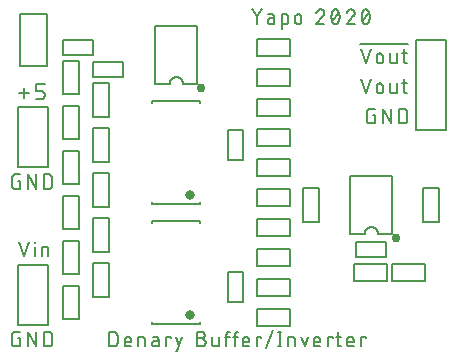
<source format=gto>
G04 EAGLE Gerber RS-274X export*
G75*
%MOMM*%
%FSLAX34Y34*%
%LPD*%
%INSilkscreen Top*%
%IPPOS*%
%AMOC8*
5,1,8,0,0,1.08239X$1,22.5*%
G01*
%ADD10C,0.177800*%
%ADD11C,0.127000*%
%ADD12C,0.800000*%
%ADD13C,0.762000*%


D10*
X13589Y221629D02*
X21886Y221629D01*
X17738Y217480D02*
X17738Y225778D01*
X27935Y216789D02*
X32084Y216789D01*
X32187Y216791D01*
X32291Y216797D01*
X32394Y216806D01*
X32496Y216820D01*
X32598Y216837D01*
X32699Y216858D01*
X32800Y216883D01*
X32899Y216912D01*
X32998Y216944D01*
X33095Y216980D01*
X33190Y217020D01*
X33284Y217063D01*
X33376Y217110D01*
X33467Y217160D01*
X33556Y217213D01*
X33642Y217270D01*
X33726Y217329D01*
X33809Y217392D01*
X33888Y217458D01*
X33965Y217527D01*
X34040Y217599D01*
X34112Y217674D01*
X34181Y217751D01*
X34247Y217830D01*
X34310Y217912D01*
X34369Y217997D01*
X34426Y218083D01*
X34479Y218172D01*
X34529Y218263D01*
X34576Y218355D01*
X34619Y218449D01*
X34659Y218544D01*
X34695Y218641D01*
X34727Y218740D01*
X34756Y218839D01*
X34781Y218939D01*
X34802Y219041D01*
X34819Y219143D01*
X34833Y219245D01*
X34842Y219348D01*
X34848Y219452D01*
X34850Y219555D01*
X34850Y220938D01*
X34848Y221041D01*
X34842Y221145D01*
X34833Y221248D01*
X34819Y221350D01*
X34802Y221452D01*
X34781Y221553D01*
X34756Y221654D01*
X34727Y221753D01*
X34695Y221852D01*
X34659Y221949D01*
X34619Y222044D01*
X34576Y222138D01*
X34529Y222230D01*
X34479Y222321D01*
X34426Y222410D01*
X34369Y222496D01*
X34310Y222581D01*
X34247Y222663D01*
X34181Y222742D01*
X34112Y222819D01*
X34040Y222894D01*
X33965Y222966D01*
X33888Y223035D01*
X33809Y223101D01*
X33727Y223164D01*
X33642Y223223D01*
X33556Y223280D01*
X33467Y223333D01*
X33376Y223383D01*
X33284Y223430D01*
X33190Y223473D01*
X33095Y223513D01*
X32998Y223549D01*
X32899Y223581D01*
X32800Y223610D01*
X32699Y223635D01*
X32598Y223656D01*
X32496Y223673D01*
X32394Y223687D01*
X32291Y223696D01*
X32187Y223702D01*
X32084Y223704D01*
X32084Y223703D02*
X27935Y223703D01*
X27935Y229235D01*
X34850Y229235D01*
X14153Y147503D02*
X12079Y147503D01*
X14153Y147503D02*
X14153Y140589D01*
X10005Y140589D01*
X9902Y140591D01*
X9798Y140597D01*
X9695Y140606D01*
X9593Y140620D01*
X9491Y140637D01*
X9390Y140658D01*
X9289Y140683D01*
X9190Y140712D01*
X9091Y140744D01*
X8994Y140780D01*
X8899Y140820D01*
X8805Y140863D01*
X8713Y140910D01*
X8622Y140960D01*
X8533Y141013D01*
X8447Y141070D01*
X8362Y141129D01*
X8280Y141192D01*
X8201Y141258D01*
X8124Y141327D01*
X8049Y141399D01*
X7977Y141474D01*
X7908Y141551D01*
X7842Y141630D01*
X7779Y141712D01*
X7720Y141797D01*
X7663Y141883D01*
X7610Y141972D01*
X7560Y142063D01*
X7513Y142155D01*
X7470Y142249D01*
X7430Y142344D01*
X7394Y142441D01*
X7362Y142540D01*
X7333Y142639D01*
X7308Y142740D01*
X7287Y142841D01*
X7270Y142943D01*
X7256Y143045D01*
X7247Y143148D01*
X7241Y143252D01*
X7239Y143355D01*
X7239Y150269D01*
X7241Y150372D01*
X7247Y150476D01*
X7256Y150579D01*
X7270Y150681D01*
X7287Y150783D01*
X7308Y150884D01*
X7333Y150985D01*
X7362Y151084D01*
X7394Y151183D01*
X7430Y151280D01*
X7470Y151375D01*
X7513Y151469D01*
X7560Y151561D01*
X7610Y151652D01*
X7663Y151741D01*
X7720Y151827D01*
X7779Y151911D01*
X7842Y151994D01*
X7908Y152073D01*
X7977Y152150D01*
X8049Y152225D01*
X8124Y152297D01*
X8201Y152366D01*
X8280Y152432D01*
X8362Y152495D01*
X8447Y152554D01*
X8533Y152611D01*
X8622Y152664D01*
X8713Y152714D01*
X8805Y152761D01*
X8899Y152804D01*
X8994Y152844D01*
X9091Y152880D01*
X9190Y152912D01*
X9289Y152941D01*
X9389Y152966D01*
X9491Y152987D01*
X9593Y153004D01*
X9695Y153018D01*
X9798Y153027D01*
X9902Y153033D01*
X10005Y153035D01*
X14153Y153035D01*
X20894Y153035D02*
X20894Y140589D01*
X27808Y140589D02*
X20894Y153035D01*
X27808Y153035D02*
X27808Y140589D01*
X34549Y140589D02*
X34549Y153035D01*
X38006Y153035D01*
X38122Y153033D01*
X38237Y153027D01*
X38352Y153018D01*
X38467Y153004D01*
X38581Y152987D01*
X38695Y152966D01*
X38807Y152941D01*
X38919Y152912D01*
X39030Y152880D01*
X39140Y152844D01*
X39248Y152804D01*
X39356Y152761D01*
X39461Y152714D01*
X39565Y152663D01*
X39667Y152610D01*
X39768Y152552D01*
X39866Y152492D01*
X39962Y152428D01*
X40057Y152361D01*
X40148Y152291D01*
X40238Y152218D01*
X40325Y152142D01*
X40409Y152063D01*
X40491Y151981D01*
X40570Y151897D01*
X40646Y151810D01*
X40719Y151720D01*
X40789Y151629D01*
X40856Y151534D01*
X40920Y151438D01*
X40980Y151340D01*
X41038Y151239D01*
X41091Y151137D01*
X41142Y151033D01*
X41189Y150928D01*
X41232Y150820D01*
X41272Y150712D01*
X41308Y150602D01*
X41340Y150491D01*
X41369Y150379D01*
X41394Y150267D01*
X41415Y150153D01*
X41432Y150039D01*
X41446Y149924D01*
X41455Y149809D01*
X41461Y149693D01*
X41463Y149578D01*
X41463Y144046D01*
X41461Y143930D01*
X41455Y143815D01*
X41446Y143700D01*
X41432Y143585D01*
X41415Y143471D01*
X41394Y143357D01*
X41369Y143245D01*
X41340Y143133D01*
X41308Y143022D01*
X41272Y142912D01*
X41232Y142804D01*
X41189Y142696D01*
X41142Y142591D01*
X41091Y142487D01*
X41038Y142385D01*
X40980Y142284D01*
X40920Y142186D01*
X40856Y142090D01*
X40789Y141995D01*
X40719Y141904D01*
X40646Y141814D01*
X40570Y141727D01*
X40491Y141643D01*
X40409Y141561D01*
X40325Y141482D01*
X40238Y141406D01*
X40148Y141333D01*
X40057Y141263D01*
X39962Y141196D01*
X39866Y141132D01*
X39768Y141072D01*
X39667Y141014D01*
X39565Y140961D01*
X39461Y140910D01*
X39356Y140863D01*
X39248Y140820D01*
X39140Y140780D01*
X39030Y140744D01*
X38919Y140712D01*
X38807Y140683D01*
X38695Y140658D01*
X38581Y140637D01*
X38467Y140620D01*
X38352Y140606D01*
X38237Y140597D01*
X38122Y140591D01*
X38006Y140589D01*
X34549Y140589D01*
X14153Y14153D02*
X12079Y14153D01*
X14153Y14153D02*
X14153Y7239D01*
X10005Y7239D01*
X9902Y7241D01*
X9798Y7247D01*
X9695Y7256D01*
X9593Y7270D01*
X9491Y7287D01*
X9390Y7308D01*
X9289Y7333D01*
X9190Y7362D01*
X9091Y7394D01*
X8994Y7430D01*
X8899Y7470D01*
X8805Y7513D01*
X8713Y7560D01*
X8622Y7610D01*
X8533Y7663D01*
X8447Y7720D01*
X8362Y7779D01*
X8280Y7842D01*
X8201Y7908D01*
X8124Y7977D01*
X8049Y8049D01*
X7977Y8124D01*
X7908Y8201D01*
X7842Y8280D01*
X7779Y8362D01*
X7720Y8447D01*
X7663Y8533D01*
X7610Y8622D01*
X7560Y8713D01*
X7513Y8805D01*
X7470Y8899D01*
X7430Y8994D01*
X7394Y9091D01*
X7362Y9190D01*
X7333Y9289D01*
X7308Y9390D01*
X7287Y9491D01*
X7270Y9593D01*
X7256Y9695D01*
X7247Y9798D01*
X7241Y9902D01*
X7239Y10005D01*
X7239Y16919D01*
X7241Y17022D01*
X7247Y17126D01*
X7256Y17229D01*
X7270Y17331D01*
X7287Y17433D01*
X7308Y17534D01*
X7333Y17635D01*
X7362Y17734D01*
X7394Y17833D01*
X7430Y17930D01*
X7470Y18025D01*
X7513Y18119D01*
X7560Y18211D01*
X7610Y18302D01*
X7663Y18391D01*
X7720Y18477D01*
X7779Y18561D01*
X7842Y18644D01*
X7908Y18723D01*
X7977Y18800D01*
X8049Y18875D01*
X8124Y18947D01*
X8201Y19016D01*
X8280Y19082D01*
X8362Y19145D01*
X8447Y19204D01*
X8533Y19261D01*
X8622Y19314D01*
X8713Y19364D01*
X8805Y19411D01*
X8899Y19454D01*
X8994Y19494D01*
X9091Y19530D01*
X9190Y19562D01*
X9289Y19591D01*
X9389Y19616D01*
X9491Y19637D01*
X9593Y19654D01*
X9695Y19668D01*
X9798Y19677D01*
X9902Y19683D01*
X10005Y19685D01*
X14153Y19685D01*
X20894Y19685D02*
X20894Y7239D01*
X27808Y7239D02*
X20894Y19685D01*
X27808Y19685D02*
X27808Y7239D01*
X34549Y7239D02*
X34549Y19685D01*
X38006Y19685D01*
X38122Y19683D01*
X38237Y19677D01*
X38352Y19668D01*
X38467Y19654D01*
X38581Y19637D01*
X38695Y19616D01*
X38807Y19591D01*
X38919Y19562D01*
X39030Y19530D01*
X39140Y19494D01*
X39248Y19454D01*
X39356Y19411D01*
X39461Y19364D01*
X39565Y19313D01*
X39667Y19260D01*
X39768Y19202D01*
X39866Y19142D01*
X39962Y19078D01*
X40057Y19011D01*
X40148Y18941D01*
X40238Y18868D01*
X40325Y18792D01*
X40409Y18713D01*
X40491Y18631D01*
X40570Y18547D01*
X40646Y18460D01*
X40719Y18370D01*
X40789Y18279D01*
X40856Y18184D01*
X40920Y18088D01*
X40980Y17990D01*
X41038Y17889D01*
X41091Y17787D01*
X41142Y17683D01*
X41189Y17578D01*
X41232Y17470D01*
X41272Y17362D01*
X41308Y17252D01*
X41340Y17141D01*
X41369Y17029D01*
X41394Y16917D01*
X41415Y16803D01*
X41432Y16689D01*
X41446Y16574D01*
X41455Y16459D01*
X41461Y16343D01*
X41463Y16228D01*
X41463Y10696D01*
X41461Y10580D01*
X41455Y10465D01*
X41446Y10350D01*
X41432Y10235D01*
X41415Y10121D01*
X41394Y10007D01*
X41369Y9895D01*
X41340Y9783D01*
X41308Y9672D01*
X41272Y9562D01*
X41232Y9454D01*
X41189Y9346D01*
X41142Y9241D01*
X41091Y9137D01*
X41038Y9035D01*
X40980Y8934D01*
X40920Y8836D01*
X40856Y8740D01*
X40789Y8645D01*
X40719Y8554D01*
X40646Y8464D01*
X40570Y8377D01*
X40491Y8293D01*
X40409Y8211D01*
X40325Y8132D01*
X40238Y8056D01*
X40148Y7983D01*
X40057Y7913D01*
X39962Y7846D01*
X39866Y7782D01*
X39768Y7722D01*
X39667Y7664D01*
X39565Y7611D01*
X39461Y7560D01*
X39356Y7513D01*
X39248Y7470D01*
X39140Y7430D01*
X39030Y7394D01*
X38919Y7362D01*
X38807Y7333D01*
X38695Y7308D01*
X38581Y7287D01*
X38467Y7270D01*
X38352Y7256D01*
X38237Y7247D01*
X38122Y7241D01*
X38006Y7239D01*
X34549Y7239D01*
X312627Y203129D02*
X314701Y203129D01*
X314701Y196215D01*
X310552Y196215D01*
X310449Y196217D01*
X310345Y196223D01*
X310242Y196232D01*
X310140Y196246D01*
X310038Y196263D01*
X309937Y196284D01*
X309836Y196309D01*
X309737Y196338D01*
X309638Y196370D01*
X309541Y196406D01*
X309446Y196446D01*
X309352Y196489D01*
X309260Y196536D01*
X309169Y196586D01*
X309080Y196639D01*
X308994Y196696D01*
X308909Y196755D01*
X308827Y196818D01*
X308748Y196884D01*
X308671Y196953D01*
X308596Y197025D01*
X308524Y197100D01*
X308455Y197177D01*
X308389Y197256D01*
X308326Y197338D01*
X308267Y197423D01*
X308210Y197509D01*
X308157Y197598D01*
X308107Y197689D01*
X308060Y197781D01*
X308017Y197875D01*
X307977Y197970D01*
X307941Y198067D01*
X307909Y198166D01*
X307880Y198265D01*
X307855Y198366D01*
X307834Y198467D01*
X307817Y198569D01*
X307803Y198671D01*
X307794Y198774D01*
X307788Y198878D01*
X307786Y198981D01*
X307787Y198981D02*
X307787Y205895D01*
X307786Y205895D02*
X307788Y205998D01*
X307794Y206102D01*
X307803Y206205D01*
X307817Y206307D01*
X307834Y206409D01*
X307855Y206510D01*
X307880Y206611D01*
X307909Y206710D01*
X307941Y206809D01*
X307977Y206906D01*
X308017Y207001D01*
X308060Y207095D01*
X308107Y207187D01*
X308157Y207278D01*
X308210Y207367D01*
X308267Y207453D01*
X308326Y207537D01*
X308389Y207620D01*
X308455Y207699D01*
X308524Y207776D01*
X308596Y207851D01*
X308671Y207923D01*
X308748Y207992D01*
X308827Y208058D01*
X308909Y208121D01*
X308994Y208180D01*
X309080Y208237D01*
X309169Y208290D01*
X309260Y208340D01*
X309352Y208387D01*
X309446Y208430D01*
X309541Y208470D01*
X309638Y208506D01*
X309737Y208538D01*
X309836Y208567D01*
X309936Y208592D01*
X310038Y208613D01*
X310140Y208630D01*
X310242Y208644D01*
X310345Y208653D01*
X310449Y208659D01*
X310552Y208661D01*
X314701Y208661D01*
X321442Y208661D02*
X321442Y196215D01*
X328356Y196215D02*
X321442Y208661D01*
X328356Y208661D02*
X328356Y196215D01*
X335097Y196215D02*
X335097Y208661D01*
X338554Y208661D01*
X338670Y208659D01*
X338785Y208653D01*
X338900Y208644D01*
X339015Y208630D01*
X339129Y208613D01*
X339243Y208592D01*
X339355Y208567D01*
X339467Y208538D01*
X339578Y208506D01*
X339688Y208470D01*
X339796Y208430D01*
X339904Y208387D01*
X340009Y208340D01*
X340113Y208289D01*
X340215Y208236D01*
X340316Y208178D01*
X340414Y208118D01*
X340510Y208054D01*
X340605Y207987D01*
X340696Y207917D01*
X340786Y207844D01*
X340873Y207768D01*
X340957Y207689D01*
X341039Y207607D01*
X341118Y207523D01*
X341194Y207436D01*
X341267Y207346D01*
X341337Y207255D01*
X341404Y207160D01*
X341468Y207064D01*
X341528Y206966D01*
X341586Y206865D01*
X341639Y206763D01*
X341690Y206659D01*
X341737Y206554D01*
X341780Y206446D01*
X341820Y206338D01*
X341856Y206228D01*
X341888Y206117D01*
X341917Y206005D01*
X341942Y205893D01*
X341963Y205779D01*
X341980Y205665D01*
X341994Y205550D01*
X342003Y205435D01*
X342009Y205319D01*
X342011Y205204D01*
X342011Y199672D01*
X342009Y199556D01*
X342003Y199441D01*
X341994Y199326D01*
X341980Y199211D01*
X341963Y199097D01*
X341942Y198983D01*
X341917Y198871D01*
X341888Y198759D01*
X341856Y198648D01*
X341820Y198538D01*
X341780Y198430D01*
X341737Y198322D01*
X341690Y198217D01*
X341639Y198113D01*
X341586Y198011D01*
X341528Y197910D01*
X341468Y197812D01*
X341404Y197716D01*
X341337Y197621D01*
X341267Y197530D01*
X341194Y197440D01*
X341118Y197353D01*
X341039Y197269D01*
X340957Y197187D01*
X340873Y197108D01*
X340786Y197032D01*
X340696Y196959D01*
X340605Y196889D01*
X340510Y196822D01*
X340414Y196758D01*
X340316Y196698D01*
X340215Y196640D01*
X340113Y196587D01*
X340009Y196536D01*
X339904Y196489D01*
X339796Y196446D01*
X339688Y196406D01*
X339578Y196370D01*
X339467Y196338D01*
X339355Y196309D01*
X339243Y196284D01*
X339129Y196263D01*
X339015Y196246D01*
X338900Y196232D01*
X338785Y196223D01*
X338670Y196217D01*
X338554Y196215D01*
X335097Y196215D01*
X13589Y95885D02*
X17738Y83439D01*
X21886Y95885D01*
X26699Y91736D02*
X26699Y83439D01*
X26353Y95194D02*
X26353Y95885D01*
X27044Y95885D01*
X27044Y95194D01*
X26353Y95194D01*
X32467Y91736D02*
X32467Y83439D01*
X32467Y91736D02*
X35925Y91736D01*
X36013Y91734D01*
X36101Y91729D01*
X36188Y91719D01*
X36276Y91706D01*
X36362Y91689D01*
X36448Y91669D01*
X36532Y91645D01*
X36616Y91618D01*
X36698Y91586D01*
X36779Y91552D01*
X36859Y91514D01*
X36936Y91473D01*
X37012Y91428D01*
X37086Y91380D01*
X37158Y91329D01*
X37228Y91276D01*
X37295Y91219D01*
X37360Y91159D01*
X37422Y91097D01*
X37482Y91032D01*
X37539Y90965D01*
X37592Y90895D01*
X37643Y90823D01*
X37691Y90749D01*
X37736Y90673D01*
X37777Y90596D01*
X37815Y90516D01*
X37849Y90435D01*
X37881Y90353D01*
X37908Y90269D01*
X37932Y90185D01*
X37952Y90099D01*
X37969Y90013D01*
X37982Y89925D01*
X37992Y89838D01*
X37997Y89750D01*
X37999Y89662D01*
X37999Y83439D01*
X306785Y221615D02*
X302636Y234061D01*
X310934Y234061D02*
X306785Y221615D01*
X315967Y224381D02*
X315967Y227147D01*
X315969Y227250D01*
X315975Y227354D01*
X315984Y227457D01*
X315998Y227559D01*
X316015Y227661D01*
X316036Y227762D01*
X316061Y227863D01*
X316090Y227962D01*
X316122Y228061D01*
X316158Y228158D01*
X316198Y228253D01*
X316241Y228347D01*
X316288Y228439D01*
X316338Y228530D01*
X316391Y228619D01*
X316448Y228705D01*
X316507Y228790D01*
X316570Y228872D01*
X316636Y228951D01*
X316705Y229028D01*
X316777Y229103D01*
X316852Y229175D01*
X316929Y229244D01*
X317008Y229310D01*
X317090Y229373D01*
X317175Y229432D01*
X317261Y229489D01*
X317350Y229542D01*
X317441Y229592D01*
X317533Y229639D01*
X317627Y229682D01*
X317722Y229722D01*
X317819Y229758D01*
X317918Y229790D01*
X318017Y229819D01*
X318118Y229844D01*
X318219Y229865D01*
X318321Y229882D01*
X318423Y229896D01*
X318526Y229905D01*
X318630Y229911D01*
X318733Y229913D01*
X318836Y229911D01*
X318940Y229905D01*
X319043Y229896D01*
X319145Y229882D01*
X319247Y229865D01*
X319348Y229844D01*
X319449Y229819D01*
X319548Y229790D01*
X319647Y229758D01*
X319744Y229722D01*
X319839Y229682D01*
X319933Y229639D01*
X320025Y229592D01*
X320116Y229542D01*
X320205Y229489D01*
X320291Y229432D01*
X320376Y229373D01*
X320458Y229310D01*
X320537Y229244D01*
X320614Y229175D01*
X320689Y229103D01*
X320761Y229028D01*
X320830Y228951D01*
X320896Y228872D01*
X320959Y228790D01*
X321018Y228705D01*
X321075Y228619D01*
X321128Y228530D01*
X321178Y228439D01*
X321225Y228347D01*
X321268Y228253D01*
X321308Y228158D01*
X321344Y228061D01*
X321376Y227962D01*
X321405Y227863D01*
X321430Y227762D01*
X321451Y227661D01*
X321468Y227559D01*
X321482Y227457D01*
X321491Y227354D01*
X321497Y227250D01*
X321499Y227147D01*
X321499Y224381D01*
X321497Y224278D01*
X321491Y224174D01*
X321482Y224071D01*
X321468Y223969D01*
X321451Y223867D01*
X321430Y223766D01*
X321405Y223665D01*
X321376Y223566D01*
X321344Y223467D01*
X321308Y223370D01*
X321268Y223275D01*
X321225Y223181D01*
X321178Y223089D01*
X321128Y222998D01*
X321075Y222909D01*
X321018Y222823D01*
X320959Y222738D01*
X320896Y222656D01*
X320830Y222577D01*
X320761Y222500D01*
X320689Y222425D01*
X320614Y222353D01*
X320537Y222284D01*
X320458Y222218D01*
X320376Y222155D01*
X320291Y222096D01*
X320205Y222039D01*
X320116Y221986D01*
X320025Y221936D01*
X319933Y221889D01*
X319839Y221846D01*
X319744Y221806D01*
X319647Y221770D01*
X319548Y221738D01*
X319449Y221709D01*
X319348Y221684D01*
X319247Y221663D01*
X319145Y221646D01*
X319043Y221632D01*
X318940Y221623D01*
X318836Y221617D01*
X318733Y221615D01*
X318630Y221617D01*
X318526Y221623D01*
X318423Y221632D01*
X318321Y221646D01*
X318219Y221663D01*
X318118Y221684D01*
X318017Y221709D01*
X317918Y221738D01*
X317819Y221770D01*
X317722Y221806D01*
X317627Y221846D01*
X317533Y221889D01*
X317441Y221936D01*
X317350Y221986D01*
X317261Y222039D01*
X317175Y222096D01*
X317090Y222155D01*
X317008Y222218D01*
X316929Y222284D01*
X316852Y222353D01*
X316777Y222425D01*
X316705Y222500D01*
X316636Y222577D01*
X316570Y222656D01*
X316507Y222738D01*
X316448Y222823D01*
X316391Y222909D01*
X316338Y222998D01*
X316288Y223089D01*
X316241Y223181D01*
X316198Y223275D01*
X316158Y223370D01*
X316122Y223467D01*
X316090Y223566D01*
X316061Y223665D01*
X316036Y223766D01*
X316015Y223867D01*
X315998Y223969D01*
X315984Y224071D01*
X315975Y224174D01*
X315969Y224278D01*
X315967Y224381D01*
X327489Y223689D02*
X327489Y229912D01*
X327489Y223689D02*
X327491Y223601D01*
X327496Y223513D01*
X327506Y223426D01*
X327519Y223338D01*
X327536Y223252D01*
X327556Y223166D01*
X327580Y223082D01*
X327607Y222998D01*
X327639Y222916D01*
X327673Y222835D01*
X327711Y222755D01*
X327752Y222678D01*
X327797Y222602D01*
X327845Y222528D01*
X327896Y222456D01*
X327949Y222386D01*
X328006Y222319D01*
X328066Y222254D01*
X328128Y222192D01*
X328193Y222132D01*
X328260Y222075D01*
X328330Y222022D01*
X328402Y221971D01*
X328476Y221923D01*
X328552Y221878D01*
X328629Y221837D01*
X328709Y221799D01*
X328790Y221765D01*
X328872Y221733D01*
X328956Y221706D01*
X329040Y221682D01*
X329126Y221662D01*
X329212Y221645D01*
X329300Y221632D01*
X329387Y221622D01*
X329475Y221617D01*
X329563Y221615D01*
X333020Y221615D01*
X333020Y229912D01*
X337862Y229912D02*
X342011Y229912D01*
X339245Y234061D02*
X339245Y223689D01*
X339246Y223689D02*
X339248Y223601D01*
X339253Y223513D01*
X339263Y223426D01*
X339276Y223338D01*
X339293Y223252D01*
X339313Y223166D01*
X339337Y223082D01*
X339364Y222998D01*
X339396Y222916D01*
X339430Y222835D01*
X339468Y222755D01*
X339509Y222678D01*
X339554Y222602D01*
X339602Y222528D01*
X339653Y222456D01*
X339706Y222386D01*
X339763Y222319D01*
X339823Y222254D01*
X339885Y222192D01*
X339950Y222132D01*
X340017Y222075D01*
X340087Y222021D01*
X340159Y221971D01*
X340233Y221923D01*
X340309Y221878D01*
X340386Y221837D01*
X340466Y221799D01*
X340547Y221765D01*
X340629Y221733D01*
X340713Y221706D01*
X340797Y221682D01*
X340883Y221662D01*
X340970Y221645D01*
X341057Y221632D01*
X341144Y221622D01*
X341232Y221617D01*
X341320Y221615D01*
X342011Y221615D01*
X342900Y263017D02*
X301747Y263017D01*
X302636Y259461D02*
X306785Y247015D01*
X310934Y259461D01*
X315967Y252547D02*
X315967Y249781D01*
X315967Y252547D02*
X315969Y252650D01*
X315975Y252754D01*
X315984Y252857D01*
X315998Y252959D01*
X316015Y253061D01*
X316036Y253162D01*
X316061Y253263D01*
X316090Y253362D01*
X316122Y253461D01*
X316158Y253558D01*
X316198Y253653D01*
X316241Y253747D01*
X316288Y253839D01*
X316338Y253930D01*
X316391Y254019D01*
X316448Y254105D01*
X316507Y254190D01*
X316570Y254272D01*
X316636Y254351D01*
X316705Y254428D01*
X316777Y254503D01*
X316852Y254575D01*
X316929Y254644D01*
X317008Y254710D01*
X317090Y254773D01*
X317175Y254832D01*
X317261Y254889D01*
X317350Y254942D01*
X317441Y254992D01*
X317533Y255039D01*
X317627Y255082D01*
X317722Y255122D01*
X317819Y255158D01*
X317918Y255190D01*
X318017Y255219D01*
X318118Y255244D01*
X318219Y255265D01*
X318321Y255282D01*
X318423Y255296D01*
X318526Y255305D01*
X318630Y255311D01*
X318733Y255313D01*
X318836Y255311D01*
X318940Y255305D01*
X319043Y255296D01*
X319145Y255282D01*
X319247Y255265D01*
X319348Y255244D01*
X319449Y255219D01*
X319548Y255190D01*
X319647Y255158D01*
X319744Y255122D01*
X319839Y255082D01*
X319933Y255039D01*
X320025Y254992D01*
X320116Y254942D01*
X320205Y254889D01*
X320291Y254832D01*
X320376Y254773D01*
X320458Y254710D01*
X320537Y254644D01*
X320614Y254575D01*
X320689Y254503D01*
X320761Y254428D01*
X320830Y254351D01*
X320896Y254272D01*
X320959Y254190D01*
X321018Y254105D01*
X321075Y254019D01*
X321128Y253930D01*
X321178Y253839D01*
X321225Y253747D01*
X321268Y253653D01*
X321308Y253558D01*
X321344Y253461D01*
X321376Y253362D01*
X321405Y253263D01*
X321430Y253162D01*
X321451Y253061D01*
X321468Y252959D01*
X321482Y252857D01*
X321491Y252754D01*
X321497Y252650D01*
X321499Y252547D01*
X321499Y249781D01*
X321497Y249678D01*
X321491Y249574D01*
X321482Y249471D01*
X321468Y249369D01*
X321451Y249267D01*
X321430Y249166D01*
X321405Y249065D01*
X321376Y248966D01*
X321344Y248867D01*
X321308Y248770D01*
X321268Y248675D01*
X321225Y248581D01*
X321178Y248489D01*
X321128Y248398D01*
X321075Y248309D01*
X321018Y248223D01*
X320959Y248138D01*
X320896Y248056D01*
X320830Y247977D01*
X320761Y247900D01*
X320689Y247825D01*
X320614Y247753D01*
X320537Y247684D01*
X320458Y247618D01*
X320376Y247555D01*
X320291Y247496D01*
X320205Y247439D01*
X320116Y247386D01*
X320025Y247336D01*
X319933Y247289D01*
X319839Y247246D01*
X319744Y247206D01*
X319647Y247170D01*
X319548Y247138D01*
X319449Y247109D01*
X319348Y247084D01*
X319247Y247063D01*
X319145Y247046D01*
X319043Y247032D01*
X318940Y247023D01*
X318836Y247017D01*
X318733Y247015D01*
X318630Y247017D01*
X318526Y247023D01*
X318423Y247032D01*
X318321Y247046D01*
X318219Y247063D01*
X318118Y247084D01*
X318017Y247109D01*
X317918Y247138D01*
X317819Y247170D01*
X317722Y247206D01*
X317627Y247246D01*
X317533Y247289D01*
X317441Y247336D01*
X317350Y247386D01*
X317261Y247439D01*
X317175Y247496D01*
X317090Y247555D01*
X317008Y247618D01*
X316929Y247684D01*
X316852Y247753D01*
X316777Y247825D01*
X316705Y247900D01*
X316636Y247977D01*
X316570Y248056D01*
X316507Y248138D01*
X316448Y248223D01*
X316391Y248309D01*
X316338Y248398D01*
X316288Y248489D01*
X316241Y248581D01*
X316198Y248675D01*
X316158Y248770D01*
X316122Y248867D01*
X316090Y248966D01*
X316061Y249065D01*
X316036Y249166D01*
X316015Y249267D01*
X315998Y249369D01*
X315984Y249471D01*
X315975Y249574D01*
X315969Y249678D01*
X315967Y249781D01*
X327489Y249089D02*
X327489Y255312D01*
X327489Y249089D02*
X327491Y249001D01*
X327496Y248913D01*
X327506Y248826D01*
X327519Y248738D01*
X327536Y248652D01*
X327556Y248566D01*
X327580Y248482D01*
X327607Y248398D01*
X327639Y248316D01*
X327673Y248235D01*
X327711Y248155D01*
X327752Y248078D01*
X327797Y248002D01*
X327845Y247928D01*
X327896Y247856D01*
X327949Y247786D01*
X328006Y247719D01*
X328066Y247654D01*
X328128Y247592D01*
X328193Y247532D01*
X328260Y247475D01*
X328330Y247422D01*
X328402Y247371D01*
X328476Y247323D01*
X328552Y247278D01*
X328629Y247237D01*
X328709Y247199D01*
X328790Y247165D01*
X328872Y247133D01*
X328956Y247106D01*
X329040Y247082D01*
X329126Y247062D01*
X329212Y247045D01*
X329300Y247032D01*
X329387Y247022D01*
X329475Y247017D01*
X329563Y247015D01*
X333020Y247015D01*
X333020Y255312D01*
X337862Y255312D02*
X342011Y255312D01*
X339245Y259461D02*
X339245Y249089D01*
X339246Y249089D02*
X339248Y249001D01*
X339253Y248913D01*
X339263Y248826D01*
X339276Y248738D01*
X339293Y248652D01*
X339313Y248566D01*
X339337Y248482D01*
X339364Y248398D01*
X339396Y248316D01*
X339430Y248235D01*
X339468Y248155D01*
X339509Y248078D01*
X339554Y248002D01*
X339602Y247928D01*
X339653Y247856D01*
X339706Y247786D01*
X339763Y247719D01*
X339823Y247654D01*
X339885Y247592D01*
X339950Y247532D01*
X340017Y247475D01*
X340087Y247421D01*
X340159Y247371D01*
X340233Y247323D01*
X340309Y247278D01*
X340386Y247237D01*
X340466Y247199D01*
X340547Y247165D01*
X340629Y247133D01*
X340713Y247106D01*
X340797Y247082D01*
X340883Y247062D01*
X340970Y247045D01*
X341057Y247032D01*
X341144Y247022D01*
X341232Y247017D01*
X341320Y247015D01*
X342011Y247015D01*
X89789Y19685D02*
X89789Y7239D01*
X89789Y19685D02*
X93246Y19685D01*
X93362Y19683D01*
X93477Y19677D01*
X93592Y19668D01*
X93707Y19654D01*
X93821Y19637D01*
X93935Y19616D01*
X94047Y19591D01*
X94159Y19562D01*
X94270Y19530D01*
X94380Y19494D01*
X94488Y19454D01*
X94596Y19411D01*
X94701Y19364D01*
X94805Y19313D01*
X94907Y19260D01*
X95008Y19202D01*
X95106Y19142D01*
X95202Y19078D01*
X95297Y19011D01*
X95388Y18941D01*
X95478Y18868D01*
X95565Y18792D01*
X95649Y18713D01*
X95731Y18631D01*
X95810Y18547D01*
X95886Y18460D01*
X95959Y18370D01*
X96029Y18279D01*
X96096Y18184D01*
X96160Y18088D01*
X96220Y17990D01*
X96278Y17889D01*
X96331Y17787D01*
X96382Y17683D01*
X96429Y17578D01*
X96472Y17470D01*
X96512Y17362D01*
X96548Y17252D01*
X96580Y17141D01*
X96609Y17029D01*
X96634Y16917D01*
X96655Y16803D01*
X96672Y16689D01*
X96686Y16574D01*
X96695Y16459D01*
X96701Y16343D01*
X96703Y16228D01*
X96703Y10696D01*
X96701Y10580D01*
X96695Y10465D01*
X96686Y10350D01*
X96672Y10235D01*
X96655Y10121D01*
X96634Y10007D01*
X96609Y9895D01*
X96580Y9783D01*
X96548Y9672D01*
X96512Y9562D01*
X96472Y9454D01*
X96429Y9346D01*
X96382Y9241D01*
X96331Y9137D01*
X96278Y9035D01*
X96220Y8934D01*
X96160Y8836D01*
X96096Y8740D01*
X96029Y8645D01*
X95959Y8554D01*
X95886Y8464D01*
X95810Y8377D01*
X95731Y8293D01*
X95649Y8211D01*
X95565Y8132D01*
X95478Y8056D01*
X95388Y7983D01*
X95297Y7913D01*
X95202Y7846D01*
X95106Y7782D01*
X95008Y7722D01*
X94907Y7664D01*
X94805Y7611D01*
X94701Y7560D01*
X94596Y7513D01*
X94488Y7470D01*
X94380Y7430D01*
X94270Y7394D01*
X94159Y7362D01*
X94047Y7333D01*
X93935Y7308D01*
X93821Y7287D01*
X93707Y7270D01*
X93592Y7256D01*
X93477Y7247D01*
X93362Y7241D01*
X93246Y7239D01*
X89789Y7239D01*
X104930Y7239D02*
X108387Y7239D01*
X104930Y7239D02*
X104842Y7241D01*
X104754Y7246D01*
X104667Y7256D01*
X104579Y7269D01*
X104493Y7286D01*
X104407Y7306D01*
X104323Y7330D01*
X104239Y7357D01*
X104157Y7389D01*
X104076Y7423D01*
X103996Y7461D01*
X103919Y7502D01*
X103843Y7547D01*
X103769Y7595D01*
X103697Y7646D01*
X103627Y7699D01*
X103560Y7756D01*
X103495Y7816D01*
X103433Y7878D01*
X103373Y7943D01*
X103316Y8010D01*
X103263Y8080D01*
X103212Y8152D01*
X103164Y8226D01*
X103119Y8302D01*
X103078Y8379D01*
X103040Y8459D01*
X103006Y8540D01*
X102974Y8622D01*
X102947Y8706D01*
X102923Y8790D01*
X102903Y8876D01*
X102886Y8962D01*
X102873Y9050D01*
X102863Y9137D01*
X102858Y9225D01*
X102856Y9313D01*
X102855Y9313D02*
X102855Y12771D01*
X102857Y12874D01*
X102863Y12978D01*
X102872Y13081D01*
X102886Y13183D01*
X102903Y13285D01*
X102924Y13386D01*
X102949Y13487D01*
X102978Y13586D01*
X103010Y13685D01*
X103046Y13782D01*
X103086Y13877D01*
X103129Y13971D01*
X103176Y14063D01*
X103226Y14154D01*
X103279Y14243D01*
X103336Y14329D01*
X103395Y14414D01*
X103458Y14496D01*
X103524Y14575D01*
X103593Y14652D01*
X103665Y14727D01*
X103740Y14799D01*
X103817Y14868D01*
X103896Y14934D01*
X103978Y14997D01*
X104063Y15056D01*
X104149Y15113D01*
X104238Y15166D01*
X104329Y15216D01*
X104421Y15263D01*
X104515Y15306D01*
X104610Y15346D01*
X104707Y15382D01*
X104806Y15414D01*
X104905Y15443D01*
X105006Y15468D01*
X105107Y15489D01*
X105209Y15506D01*
X105311Y15520D01*
X105414Y15529D01*
X105518Y15535D01*
X105621Y15537D01*
X105724Y15535D01*
X105828Y15529D01*
X105931Y15520D01*
X106033Y15506D01*
X106135Y15489D01*
X106236Y15468D01*
X106337Y15443D01*
X106436Y15414D01*
X106535Y15382D01*
X106632Y15346D01*
X106727Y15306D01*
X106821Y15263D01*
X106913Y15216D01*
X107004Y15166D01*
X107093Y15113D01*
X107179Y15056D01*
X107264Y14997D01*
X107346Y14934D01*
X107425Y14868D01*
X107502Y14799D01*
X107577Y14727D01*
X107649Y14652D01*
X107718Y14575D01*
X107784Y14496D01*
X107847Y14414D01*
X107906Y14329D01*
X107963Y14243D01*
X108016Y14154D01*
X108066Y14063D01*
X108113Y13971D01*
X108156Y13877D01*
X108196Y13782D01*
X108232Y13685D01*
X108264Y13586D01*
X108293Y13487D01*
X108318Y13386D01*
X108339Y13285D01*
X108356Y13183D01*
X108370Y13081D01*
X108379Y12978D01*
X108385Y12874D01*
X108387Y12771D01*
X108387Y11388D01*
X102855Y11388D01*
X114377Y15536D02*
X114377Y7239D01*
X114377Y15536D02*
X117834Y15536D01*
X117922Y15534D01*
X118010Y15529D01*
X118097Y15519D01*
X118185Y15506D01*
X118271Y15489D01*
X118357Y15469D01*
X118441Y15445D01*
X118525Y15418D01*
X118607Y15386D01*
X118688Y15352D01*
X118768Y15314D01*
X118845Y15273D01*
X118921Y15228D01*
X118995Y15180D01*
X119067Y15129D01*
X119137Y15076D01*
X119204Y15019D01*
X119269Y14959D01*
X119331Y14897D01*
X119391Y14832D01*
X119448Y14765D01*
X119501Y14695D01*
X119552Y14623D01*
X119600Y14549D01*
X119645Y14473D01*
X119686Y14396D01*
X119724Y14316D01*
X119758Y14235D01*
X119790Y14153D01*
X119817Y14069D01*
X119841Y13985D01*
X119861Y13899D01*
X119878Y13813D01*
X119891Y13725D01*
X119901Y13638D01*
X119906Y13550D01*
X119908Y13462D01*
X119908Y7239D01*
X128234Y12079D02*
X131345Y12079D01*
X128234Y12079D02*
X128137Y12077D01*
X128039Y12071D01*
X127942Y12061D01*
X127846Y12048D01*
X127750Y12030D01*
X127655Y12009D01*
X127561Y11983D01*
X127468Y11954D01*
X127376Y11922D01*
X127285Y11885D01*
X127197Y11845D01*
X127109Y11802D01*
X127024Y11755D01*
X126941Y11704D01*
X126859Y11651D01*
X126780Y11594D01*
X126703Y11534D01*
X126629Y11470D01*
X126558Y11404D01*
X126489Y11335D01*
X126423Y11264D01*
X126359Y11190D01*
X126299Y11113D01*
X126242Y11034D01*
X126189Y10952D01*
X126138Y10869D01*
X126091Y10784D01*
X126048Y10696D01*
X126008Y10608D01*
X125971Y10517D01*
X125939Y10425D01*
X125910Y10332D01*
X125884Y10238D01*
X125863Y10143D01*
X125845Y10047D01*
X125832Y9951D01*
X125822Y9854D01*
X125816Y9756D01*
X125814Y9659D01*
X125816Y9562D01*
X125822Y9464D01*
X125832Y9367D01*
X125845Y9271D01*
X125863Y9175D01*
X125884Y9080D01*
X125910Y8986D01*
X125939Y8893D01*
X125971Y8801D01*
X126008Y8710D01*
X126048Y8622D01*
X126091Y8534D01*
X126138Y8449D01*
X126189Y8366D01*
X126242Y8284D01*
X126299Y8205D01*
X126359Y8128D01*
X126423Y8054D01*
X126489Y7983D01*
X126558Y7914D01*
X126629Y7848D01*
X126703Y7784D01*
X126780Y7724D01*
X126859Y7667D01*
X126941Y7614D01*
X127024Y7563D01*
X127109Y7516D01*
X127197Y7473D01*
X127285Y7433D01*
X127376Y7396D01*
X127468Y7364D01*
X127561Y7335D01*
X127655Y7309D01*
X127750Y7288D01*
X127846Y7270D01*
X127942Y7257D01*
X128039Y7247D01*
X128137Y7241D01*
X128234Y7239D01*
X131345Y7239D01*
X131345Y13462D01*
X131343Y13550D01*
X131338Y13638D01*
X131328Y13725D01*
X131315Y13813D01*
X131298Y13899D01*
X131278Y13985D01*
X131254Y14069D01*
X131227Y14153D01*
X131195Y14235D01*
X131161Y14316D01*
X131123Y14396D01*
X131082Y14473D01*
X131037Y14549D01*
X130989Y14623D01*
X130938Y14695D01*
X130885Y14765D01*
X130828Y14832D01*
X130768Y14897D01*
X130706Y14959D01*
X130641Y15019D01*
X130574Y15076D01*
X130504Y15129D01*
X130432Y15180D01*
X130358Y15228D01*
X130282Y15273D01*
X130205Y15314D01*
X130125Y15352D01*
X130044Y15386D01*
X129962Y15418D01*
X129878Y15445D01*
X129794Y15469D01*
X129708Y15489D01*
X129622Y15506D01*
X129534Y15519D01*
X129447Y15529D01*
X129359Y15534D01*
X129271Y15536D01*
X126505Y15536D01*
X137942Y15536D02*
X137942Y7239D01*
X137942Y15536D02*
X142090Y15536D01*
X142090Y14153D01*
X145954Y3090D02*
X147337Y3090D01*
X151486Y15536D01*
X145954Y15536D02*
X148720Y7239D01*
X164281Y14153D02*
X167738Y14153D01*
X167855Y14151D01*
X167971Y14145D01*
X168088Y14135D01*
X168204Y14121D01*
X168319Y14104D01*
X168434Y14082D01*
X168548Y14057D01*
X168661Y14028D01*
X168773Y13994D01*
X168884Y13958D01*
X168993Y13917D01*
X169101Y13873D01*
X169208Y13825D01*
X169313Y13774D01*
X169416Y13719D01*
X169517Y13660D01*
X169616Y13598D01*
X169713Y13533D01*
X169808Y13465D01*
X169900Y13394D01*
X169990Y13319D01*
X170077Y13241D01*
X170162Y13161D01*
X170244Y13078D01*
X170323Y12992D01*
X170399Y12903D01*
X170472Y12812D01*
X170542Y12719D01*
X170608Y12623D01*
X170672Y12525D01*
X170732Y12424D01*
X170789Y12322D01*
X170842Y12218D01*
X170891Y12113D01*
X170937Y12005D01*
X170980Y11897D01*
X171019Y11786D01*
X171053Y11675D01*
X171085Y11563D01*
X171112Y11449D01*
X171136Y11335D01*
X171155Y11219D01*
X171171Y11104D01*
X171183Y10988D01*
X171191Y10871D01*
X171195Y10754D01*
X171195Y10638D01*
X171191Y10521D01*
X171183Y10404D01*
X171171Y10288D01*
X171155Y10173D01*
X171136Y10057D01*
X171112Y9943D01*
X171085Y9829D01*
X171053Y9717D01*
X171019Y9606D01*
X170980Y9495D01*
X170937Y9387D01*
X170891Y9279D01*
X170842Y9174D01*
X170789Y9070D01*
X170732Y8967D01*
X170672Y8867D01*
X170608Y8769D01*
X170542Y8673D01*
X170472Y8580D01*
X170399Y8489D01*
X170323Y8400D01*
X170244Y8314D01*
X170162Y8231D01*
X170077Y8151D01*
X169990Y8073D01*
X169900Y7998D01*
X169808Y7927D01*
X169713Y7859D01*
X169616Y7794D01*
X169517Y7732D01*
X169416Y7673D01*
X169313Y7618D01*
X169208Y7567D01*
X169101Y7519D01*
X168993Y7475D01*
X168884Y7434D01*
X168773Y7398D01*
X168661Y7364D01*
X168548Y7335D01*
X168434Y7310D01*
X168319Y7288D01*
X168204Y7271D01*
X168088Y7257D01*
X167971Y7247D01*
X167855Y7241D01*
X167738Y7239D01*
X164281Y7239D01*
X164281Y19685D01*
X167738Y19685D01*
X167841Y19683D01*
X167945Y19677D01*
X168048Y19668D01*
X168150Y19654D01*
X168252Y19637D01*
X168353Y19616D01*
X168454Y19591D01*
X168553Y19562D01*
X168652Y19530D01*
X168749Y19494D01*
X168844Y19454D01*
X168938Y19411D01*
X169030Y19364D01*
X169121Y19314D01*
X169210Y19261D01*
X169296Y19204D01*
X169381Y19145D01*
X169463Y19082D01*
X169542Y19016D01*
X169619Y18947D01*
X169694Y18875D01*
X169766Y18800D01*
X169835Y18723D01*
X169901Y18644D01*
X169964Y18562D01*
X170023Y18477D01*
X170080Y18391D01*
X170133Y18302D01*
X170183Y18211D01*
X170230Y18119D01*
X170273Y18025D01*
X170313Y17930D01*
X170349Y17833D01*
X170381Y17734D01*
X170410Y17635D01*
X170435Y17534D01*
X170456Y17433D01*
X170473Y17331D01*
X170487Y17229D01*
X170496Y17126D01*
X170502Y17022D01*
X170504Y16919D01*
X170502Y16816D01*
X170496Y16712D01*
X170487Y16609D01*
X170473Y16507D01*
X170456Y16405D01*
X170435Y16304D01*
X170410Y16203D01*
X170381Y16104D01*
X170349Y16005D01*
X170313Y15908D01*
X170273Y15813D01*
X170230Y15719D01*
X170183Y15627D01*
X170133Y15536D01*
X170080Y15447D01*
X170023Y15361D01*
X169964Y15276D01*
X169901Y15194D01*
X169835Y15115D01*
X169766Y15038D01*
X169694Y14963D01*
X169619Y14891D01*
X169542Y14822D01*
X169463Y14756D01*
X169381Y14693D01*
X169296Y14634D01*
X169210Y14577D01*
X169121Y14524D01*
X169030Y14474D01*
X168938Y14427D01*
X168844Y14384D01*
X168749Y14344D01*
X168652Y14308D01*
X168553Y14276D01*
X168454Y14247D01*
X168353Y14222D01*
X168252Y14201D01*
X168150Y14184D01*
X168048Y14170D01*
X167945Y14161D01*
X167841Y14155D01*
X167738Y14153D01*
X176678Y15536D02*
X176678Y9313D01*
X176680Y9225D01*
X176685Y9137D01*
X176695Y9050D01*
X176708Y8962D01*
X176725Y8876D01*
X176745Y8790D01*
X176769Y8706D01*
X176796Y8622D01*
X176828Y8540D01*
X176862Y8459D01*
X176900Y8379D01*
X176941Y8302D01*
X176986Y8226D01*
X177034Y8152D01*
X177085Y8080D01*
X177138Y8010D01*
X177195Y7943D01*
X177255Y7878D01*
X177317Y7816D01*
X177382Y7756D01*
X177449Y7699D01*
X177519Y7646D01*
X177591Y7595D01*
X177665Y7547D01*
X177741Y7502D01*
X177818Y7461D01*
X177898Y7423D01*
X177979Y7389D01*
X178061Y7357D01*
X178145Y7330D01*
X178229Y7306D01*
X178315Y7286D01*
X178401Y7269D01*
X178489Y7256D01*
X178576Y7246D01*
X178664Y7241D01*
X178752Y7239D01*
X182209Y7239D01*
X182209Y15536D01*
X188858Y17611D02*
X188858Y7239D01*
X188859Y17611D02*
X188861Y17699D01*
X188866Y17787D01*
X188876Y17874D01*
X188889Y17962D01*
X188906Y18048D01*
X188926Y18134D01*
X188950Y18218D01*
X188977Y18302D01*
X189009Y18384D01*
X189043Y18465D01*
X189081Y18545D01*
X189122Y18622D01*
X189167Y18698D01*
X189215Y18772D01*
X189266Y18844D01*
X189319Y18914D01*
X189376Y18981D01*
X189436Y19046D01*
X189498Y19108D01*
X189563Y19168D01*
X189630Y19225D01*
X189700Y19279D01*
X189772Y19329D01*
X189846Y19377D01*
X189922Y19422D01*
X189999Y19463D01*
X190079Y19501D01*
X190160Y19535D01*
X190242Y19567D01*
X190326Y19594D01*
X190410Y19618D01*
X190496Y19638D01*
X190583Y19655D01*
X190670Y19668D01*
X190757Y19678D01*
X190845Y19683D01*
X190933Y19685D01*
X191624Y19685D01*
X191624Y15536D02*
X187475Y15536D01*
X196112Y17611D02*
X196112Y7239D01*
X196113Y17611D02*
X196115Y17699D01*
X196120Y17787D01*
X196130Y17874D01*
X196143Y17962D01*
X196160Y18048D01*
X196180Y18134D01*
X196204Y18218D01*
X196231Y18302D01*
X196263Y18384D01*
X196297Y18465D01*
X196335Y18545D01*
X196376Y18622D01*
X196421Y18698D01*
X196469Y18772D01*
X196520Y18844D01*
X196573Y18914D01*
X196630Y18981D01*
X196690Y19046D01*
X196752Y19108D01*
X196817Y19168D01*
X196884Y19225D01*
X196954Y19279D01*
X197026Y19329D01*
X197100Y19377D01*
X197176Y19422D01*
X197253Y19463D01*
X197333Y19501D01*
X197414Y19535D01*
X197496Y19567D01*
X197580Y19594D01*
X197664Y19618D01*
X197750Y19638D01*
X197837Y19655D01*
X197924Y19668D01*
X198011Y19678D01*
X198099Y19683D01*
X198187Y19685D01*
X198878Y19685D01*
X198878Y15536D02*
X194730Y15536D01*
X204782Y7239D02*
X208239Y7239D01*
X204782Y7239D02*
X204694Y7241D01*
X204606Y7246D01*
X204519Y7256D01*
X204431Y7269D01*
X204345Y7286D01*
X204259Y7306D01*
X204175Y7330D01*
X204091Y7357D01*
X204009Y7389D01*
X203928Y7423D01*
X203848Y7461D01*
X203771Y7502D01*
X203695Y7547D01*
X203621Y7595D01*
X203549Y7646D01*
X203479Y7699D01*
X203412Y7756D01*
X203347Y7816D01*
X203285Y7878D01*
X203225Y7943D01*
X203168Y8010D01*
X203115Y8080D01*
X203064Y8152D01*
X203016Y8226D01*
X202971Y8302D01*
X202930Y8379D01*
X202892Y8459D01*
X202858Y8540D01*
X202826Y8622D01*
X202799Y8706D01*
X202775Y8790D01*
X202755Y8876D01*
X202738Y8962D01*
X202725Y9050D01*
X202715Y9137D01*
X202710Y9225D01*
X202708Y9313D01*
X202708Y12771D01*
X202707Y12771D02*
X202709Y12874D01*
X202715Y12978D01*
X202724Y13081D01*
X202738Y13183D01*
X202755Y13285D01*
X202776Y13386D01*
X202801Y13487D01*
X202830Y13586D01*
X202862Y13685D01*
X202898Y13782D01*
X202938Y13877D01*
X202981Y13971D01*
X203028Y14063D01*
X203078Y14154D01*
X203131Y14243D01*
X203188Y14329D01*
X203247Y14414D01*
X203310Y14496D01*
X203376Y14575D01*
X203445Y14652D01*
X203517Y14727D01*
X203592Y14799D01*
X203669Y14868D01*
X203748Y14934D01*
X203830Y14997D01*
X203915Y15056D01*
X204001Y15113D01*
X204090Y15166D01*
X204181Y15216D01*
X204273Y15263D01*
X204367Y15306D01*
X204462Y15346D01*
X204559Y15382D01*
X204658Y15414D01*
X204757Y15443D01*
X204858Y15468D01*
X204959Y15489D01*
X205061Y15506D01*
X205163Y15520D01*
X205266Y15529D01*
X205370Y15535D01*
X205473Y15537D01*
X205576Y15535D01*
X205680Y15529D01*
X205783Y15520D01*
X205885Y15506D01*
X205987Y15489D01*
X206088Y15468D01*
X206189Y15443D01*
X206288Y15414D01*
X206387Y15382D01*
X206484Y15346D01*
X206579Y15306D01*
X206673Y15263D01*
X206765Y15216D01*
X206856Y15166D01*
X206945Y15113D01*
X207031Y15056D01*
X207116Y14997D01*
X207198Y14934D01*
X207277Y14868D01*
X207354Y14799D01*
X207429Y14727D01*
X207501Y14652D01*
X207570Y14575D01*
X207636Y14496D01*
X207699Y14414D01*
X207758Y14329D01*
X207815Y14243D01*
X207868Y14154D01*
X207918Y14063D01*
X207965Y13971D01*
X208008Y13877D01*
X208048Y13782D01*
X208084Y13685D01*
X208116Y13586D01*
X208145Y13487D01*
X208170Y13386D01*
X208191Y13285D01*
X208208Y13183D01*
X208222Y13081D01*
X208231Y12978D01*
X208237Y12874D01*
X208239Y12771D01*
X208239Y11388D01*
X202708Y11388D01*
X214324Y7239D02*
X214324Y15536D01*
X218473Y15536D01*
X218473Y14153D01*
X222337Y5856D02*
X227868Y21068D01*
X234064Y19685D02*
X234064Y7239D01*
X235446Y7239D02*
X232681Y7239D01*
X232681Y19685D02*
X235446Y19685D01*
X241112Y15536D02*
X241112Y7239D01*
X241112Y15536D02*
X244570Y15536D01*
X244658Y15534D01*
X244746Y15529D01*
X244833Y15519D01*
X244921Y15506D01*
X245007Y15489D01*
X245093Y15469D01*
X245177Y15445D01*
X245261Y15418D01*
X245343Y15386D01*
X245424Y15352D01*
X245504Y15314D01*
X245581Y15273D01*
X245657Y15228D01*
X245731Y15180D01*
X245803Y15129D01*
X245873Y15076D01*
X245940Y15019D01*
X246005Y14959D01*
X246067Y14897D01*
X246127Y14832D01*
X246184Y14765D01*
X246237Y14695D01*
X246288Y14623D01*
X246336Y14549D01*
X246381Y14473D01*
X246422Y14396D01*
X246460Y14316D01*
X246494Y14235D01*
X246526Y14153D01*
X246553Y14069D01*
X246577Y13985D01*
X246597Y13899D01*
X246614Y13813D01*
X246627Y13725D01*
X246637Y13638D01*
X246642Y13550D01*
X246644Y13462D01*
X246644Y7239D01*
X254973Y7239D02*
X252207Y15536D01*
X257739Y15536D02*
X254973Y7239D01*
X264949Y7239D02*
X268407Y7239D01*
X264949Y7239D02*
X264861Y7241D01*
X264773Y7246D01*
X264686Y7256D01*
X264598Y7269D01*
X264512Y7286D01*
X264426Y7306D01*
X264342Y7330D01*
X264258Y7357D01*
X264176Y7389D01*
X264095Y7423D01*
X264015Y7461D01*
X263938Y7502D01*
X263862Y7547D01*
X263788Y7595D01*
X263716Y7646D01*
X263646Y7699D01*
X263579Y7756D01*
X263514Y7816D01*
X263452Y7878D01*
X263392Y7943D01*
X263335Y8010D01*
X263282Y8080D01*
X263231Y8152D01*
X263183Y8226D01*
X263138Y8302D01*
X263097Y8379D01*
X263059Y8459D01*
X263025Y8540D01*
X262993Y8622D01*
X262966Y8706D01*
X262942Y8790D01*
X262922Y8876D01*
X262905Y8962D01*
X262892Y9050D01*
X262882Y9137D01*
X262877Y9225D01*
X262875Y9313D01*
X262875Y12771D01*
X262877Y12874D01*
X262883Y12978D01*
X262892Y13081D01*
X262906Y13183D01*
X262923Y13285D01*
X262944Y13386D01*
X262969Y13487D01*
X262998Y13586D01*
X263030Y13685D01*
X263066Y13782D01*
X263106Y13877D01*
X263149Y13971D01*
X263196Y14063D01*
X263246Y14154D01*
X263299Y14243D01*
X263356Y14329D01*
X263415Y14414D01*
X263478Y14496D01*
X263544Y14575D01*
X263613Y14652D01*
X263685Y14727D01*
X263760Y14799D01*
X263837Y14868D01*
X263916Y14934D01*
X263998Y14997D01*
X264083Y15056D01*
X264169Y15113D01*
X264258Y15166D01*
X264349Y15216D01*
X264441Y15263D01*
X264535Y15306D01*
X264630Y15346D01*
X264727Y15382D01*
X264826Y15414D01*
X264925Y15443D01*
X265026Y15468D01*
X265127Y15489D01*
X265229Y15506D01*
X265331Y15520D01*
X265434Y15529D01*
X265538Y15535D01*
X265641Y15537D01*
X265744Y15535D01*
X265848Y15529D01*
X265951Y15520D01*
X266053Y15506D01*
X266155Y15489D01*
X266256Y15468D01*
X266357Y15443D01*
X266456Y15414D01*
X266555Y15382D01*
X266652Y15346D01*
X266747Y15306D01*
X266841Y15263D01*
X266933Y15216D01*
X267024Y15166D01*
X267113Y15113D01*
X267199Y15056D01*
X267284Y14997D01*
X267366Y14934D01*
X267445Y14868D01*
X267522Y14799D01*
X267597Y14727D01*
X267669Y14652D01*
X267738Y14575D01*
X267804Y14496D01*
X267867Y14414D01*
X267926Y14329D01*
X267983Y14243D01*
X268036Y14154D01*
X268086Y14063D01*
X268133Y13971D01*
X268176Y13877D01*
X268216Y13782D01*
X268252Y13685D01*
X268284Y13586D01*
X268313Y13487D01*
X268338Y13386D01*
X268359Y13285D01*
X268376Y13183D01*
X268390Y13081D01*
X268399Y12978D01*
X268405Y12874D01*
X268407Y12771D01*
X268407Y11388D01*
X262875Y11388D01*
X274492Y7239D02*
X274492Y15536D01*
X278640Y15536D01*
X278640Y14153D01*
X281783Y15536D02*
X285932Y15536D01*
X283166Y19685D02*
X283166Y9313D01*
X283168Y9225D01*
X283173Y9137D01*
X283183Y9050D01*
X283196Y8962D01*
X283213Y8876D01*
X283233Y8790D01*
X283257Y8706D01*
X283284Y8622D01*
X283316Y8540D01*
X283350Y8459D01*
X283388Y8379D01*
X283429Y8302D01*
X283474Y8226D01*
X283522Y8152D01*
X283573Y8080D01*
X283626Y8010D01*
X283683Y7943D01*
X283743Y7878D01*
X283805Y7816D01*
X283870Y7756D01*
X283937Y7699D01*
X284007Y7645D01*
X284079Y7595D01*
X284153Y7547D01*
X284229Y7502D01*
X284306Y7461D01*
X284386Y7423D01*
X284467Y7389D01*
X284549Y7357D01*
X284633Y7330D01*
X284717Y7306D01*
X284803Y7286D01*
X284890Y7269D01*
X284977Y7256D01*
X285064Y7246D01*
X285152Y7241D01*
X285240Y7239D01*
X285932Y7239D01*
X293113Y7239D02*
X296570Y7239D01*
X293113Y7239D02*
X293025Y7241D01*
X292937Y7246D01*
X292850Y7256D01*
X292762Y7269D01*
X292676Y7286D01*
X292590Y7306D01*
X292506Y7330D01*
X292422Y7357D01*
X292340Y7389D01*
X292259Y7423D01*
X292179Y7461D01*
X292102Y7502D01*
X292026Y7547D01*
X291952Y7595D01*
X291880Y7646D01*
X291810Y7699D01*
X291743Y7756D01*
X291678Y7816D01*
X291616Y7878D01*
X291556Y7943D01*
X291499Y8010D01*
X291446Y8080D01*
X291395Y8152D01*
X291347Y8226D01*
X291302Y8302D01*
X291261Y8379D01*
X291223Y8459D01*
X291189Y8540D01*
X291157Y8622D01*
X291130Y8706D01*
X291106Y8790D01*
X291086Y8876D01*
X291069Y8962D01*
X291056Y9050D01*
X291046Y9137D01*
X291041Y9225D01*
X291039Y9313D01*
X291039Y12771D01*
X291038Y12771D02*
X291040Y12874D01*
X291046Y12978D01*
X291055Y13081D01*
X291069Y13183D01*
X291086Y13285D01*
X291107Y13386D01*
X291132Y13487D01*
X291161Y13586D01*
X291193Y13685D01*
X291229Y13782D01*
X291269Y13877D01*
X291312Y13971D01*
X291359Y14063D01*
X291409Y14154D01*
X291462Y14243D01*
X291519Y14329D01*
X291578Y14414D01*
X291641Y14496D01*
X291707Y14575D01*
X291776Y14652D01*
X291848Y14727D01*
X291923Y14799D01*
X292000Y14868D01*
X292079Y14934D01*
X292161Y14997D01*
X292246Y15056D01*
X292332Y15113D01*
X292421Y15166D01*
X292512Y15216D01*
X292604Y15263D01*
X292698Y15306D01*
X292793Y15346D01*
X292890Y15382D01*
X292989Y15414D01*
X293088Y15443D01*
X293189Y15468D01*
X293290Y15489D01*
X293392Y15506D01*
X293494Y15520D01*
X293597Y15529D01*
X293701Y15535D01*
X293804Y15537D01*
X293907Y15535D01*
X294011Y15529D01*
X294114Y15520D01*
X294216Y15506D01*
X294318Y15489D01*
X294419Y15468D01*
X294520Y15443D01*
X294619Y15414D01*
X294718Y15382D01*
X294815Y15346D01*
X294910Y15306D01*
X295004Y15263D01*
X295096Y15216D01*
X295187Y15166D01*
X295276Y15113D01*
X295362Y15056D01*
X295447Y14997D01*
X295529Y14934D01*
X295608Y14868D01*
X295685Y14799D01*
X295760Y14727D01*
X295832Y14652D01*
X295901Y14575D01*
X295967Y14496D01*
X296030Y14414D01*
X296089Y14329D01*
X296146Y14243D01*
X296199Y14154D01*
X296249Y14063D01*
X296296Y13971D01*
X296339Y13877D01*
X296379Y13782D01*
X296415Y13685D01*
X296447Y13586D01*
X296476Y13487D01*
X296501Y13386D01*
X296522Y13285D01*
X296539Y13183D01*
X296553Y13081D01*
X296562Y12978D01*
X296568Y12874D01*
X296570Y12771D01*
X296570Y11388D01*
X291039Y11388D01*
X302655Y7239D02*
X302655Y15536D01*
X306804Y15536D01*
X306804Y14153D01*
X214588Y286858D02*
X210439Y292735D01*
X214588Y286858D02*
X218736Y292735D01*
X214588Y286858D02*
X214588Y280289D01*
X226106Y285129D02*
X229217Y285129D01*
X226106Y285129D02*
X226009Y285127D01*
X225911Y285121D01*
X225814Y285111D01*
X225718Y285098D01*
X225622Y285080D01*
X225527Y285059D01*
X225433Y285033D01*
X225340Y285004D01*
X225248Y284972D01*
X225157Y284935D01*
X225069Y284895D01*
X224981Y284852D01*
X224896Y284805D01*
X224813Y284754D01*
X224731Y284701D01*
X224652Y284644D01*
X224575Y284584D01*
X224501Y284520D01*
X224430Y284454D01*
X224361Y284385D01*
X224295Y284314D01*
X224231Y284240D01*
X224171Y284163D01*
X224114Y284084D01*
X224061Y284002D01*
X224010Y283919D01*
X223963Y283834D01*
X223920Y283746D01*
X223880Y283658D01*
X223843Y283567D01*
X223811Y283475D01*
X223782Y283382D01*
X223756Y283288D01*
X223735Y283193D01*
X223717Y283097D01*
X223704Y283001D01*
X223694Y282904D01*
X223688Y282806D01*
X223686Y282709D01*
X223688Y282612D01*
X223694Y282514D01*
X223704Y282417D01*
X223717Y282321D01*
X223735Y282225D01*
X223756Y282130D01*
X223782Y282036D01*
X223811Y281943D01*
X223843Y281851D01*
X223880Y281760D01*
X223920Y281672D01*
X223963Y281584D01*
X224010Y281499D01*
X224061Y281416D01*
X224114Y281334D01*
X224171Y281255D01*
X224231Y281178D01*
X224295Y281104D01*
X224361Y281033D01*
X224430Y280964D01*
X224501Y280898D01*
X224575Y280834D01*
X224652Y280774D01*
X224731Y280717D01*
X224813Y280664D01*
X224896Y280613D01*
X224981Y280566D01*
X225069Y280523D01*
X225157Y280483D01*
X225248Y280446D01*
X225340Y280414D01*
X225433Y280385D01*
X225527Y280359D01*
X225622Y280338D01*
X225718Y280320D01*
X225814Y280307D01*
X225911Y280297D01*
X226009Y280291D01*
X226106Y280289D01*
X229217Y280289D01*
X229217Y286512D01*
X229215Y286600D01*
X229210Y286688D01*
X229200Y286775D01*
X229187Y286863D01*
X229170Y286949D01*
X229150Y287035D01*
X229126Y287119D01*
X229099Y287203D01*
X229067Y287285D01*
X229033Y287366D01*
X228995Y287446D01*
X228954Y287523D01*
X228909Y287599D01*
X228861Y287673D01*
X228810Y287745D01*
X228757Y287815D01*
X228700Y287882D01*
X228640Y287947D01*
X228578Y288009D01*
X228513Y288069D01*
X228446Y288126D01*
X228376Y288179D01*
X228304Y288230D01*
X228230Y288278D01*
X228154Y288323D01*
X228077Y288364D01*
X227997Y288402D01*
X227916Y288436D01*
X227834Y288468D01*
X227750Y288495D01*
X227666Y288519D01*
X227580Y288539D01*
X227494Y288556D01*
X227406Y288569D01*
X227319Y288579D01*
X227231Y288584D01*
X227143Y288586D01*
X224377Y288586D01*
X235803Y288586D02*
X235803Y276140D01*
X235803Y288586D02*
X239260Y288586D01*
X239348Y288584D01*
X239436Y288579D01*
X239523Y288569D01*
X239611Y288556D01*
X239697Y288539D01*
X239783Y288519D01*
X239867Y288495D01*
X239951Y288468D01*
X240033Y288436D01*
X240114Y288402D01*
X240194Y288364D01*
X240271Y288323D01*
X240347Y288278D01*
X240421Y288230D01*
X240493Y288179D01*
X240563Y288126D01*
X240630Y288069D01*
X240695Y288009D01*
X240757Y287947D01*
X240817Y287882D01*
X240874Y287815D01*
X240927Y287745D01*
X240978Y287673D01*
X241026Y287599D01*
X241071Y287523D01*
X241112Y287446D01*
X241150Y287366D01*
X241184Y287285D01*
X241216Y287203D01*
X241243Y287119D01*
X241267Y287035D01*
X241287Y286949D01*
X241304Y286863D01*
X241317Y286775D01*
X241327Y286688D01*
X241332Y286600D01*
X241334Y286512D01*
X241334Y282363D01*
X241332Y282275D01*
X241327Y282187D01*
X241317Y282100D01*
X241304Y282012D01*
X241287Y281926D01*
X241267Y281840D01*
X241243Y281756D01*
X241216Y281672D01*
X241184Y281590D01*
X241150Y281509D01*
X241112Y281429D01*
X241071Y281352D01*
X241026Y281276D01*
X240978Y281202D01*
X240927Y281130D01*
X240874Y281060D01*
X240817Y280993D01*
X240757Y280928D01*
X240695Y280866D01*
X240630Y280806D01*
X240563Y280749D01*
X240493Y280696D01*
X240421Y280645D01*
X240347Y280597D01*
X240271Y280552D01*
X240194Y280511D01*
X240114Y280473D01*
X240033Y280439D01*
X239951Y280407D01*
X239867Y280380D01*
X239783Y280356D01*
X239697Y280336D01*
X239611Y280319D01*
X239523Y280306D01*
X239436Y280296D01*
X239348Y280291D01*
X239260Y280289D01*
X235803Y280289D01*
X246813Y283055D02*
X246813Y285821D01*
X246815Y285924D01*
X246821Y286028D01*
X246830Y286131D01*
X246844Y286233D01*
X246861Y286335D01*
X246882Y286436D01*
X246907Y286537D01*
X246936Y286636D01*
X246968Y286735D01*
X247004Y286832D01*
X247044Y286927D01*
X247087Y287021D01*
X247134Y287113D01*
X247184Y287204D01*
X247237Y287293D01*
X247294Y287379D01*
X247353Y287464D01*
X247416Y287546D01*
X247482Y287625D01*
X247551Y287702D01*
X247623Y287777D01*
X247698Y287849D01*
X247775Y287918D01*
X247854Y287984D01*
X247936Y288047D01*
X248021Y288106D01*
X248107Y288163D01*
X248196Y288216D01*
X248287Y288266D01*
X248379Y288313D01*
X248473Y288356D01*
X248568Y288396D01*
X248665Y288432D01*
X248764Y288464D01*
X248863Y288493D01*
X248964Y288518D01*
X249065Y288539D01*
X249167Y288556D01*
X249269Y288570D01*
X249372Y288579D01*
X249476Y288585D01*
X249579Y288587D01*
X249682Y288585D01*
X249786Y288579D01*
X249889Y288570D01*
X249991Y288556D01*
X250093Y288539D01*
X250194Y288518D01*
X250295Y288493D01*
X250394Y288464D01*
X250493Y288432D01*
X250590Y288396D01*
X250685Y288356D01*
X250779Y288313D01*
X250871Y288266D01*
X250962Y288216D01*
X251051Y288163D01*
X251137Y288106D01*
X251222Y288047D01*
X251304Y287984D01*
X251383Y287918D01*
X251460Y287849D01*
X251535Y287777D01*
X251607Y287702D01*
X251676Y287625D01*
X251742Y287546D01*
X251805Y287464D01*
X251864Y287379D01*
X251921Y287293D01*
X251974Y287204D01*
X252024Y287113D01*
X252071Y287021D01*
X252114Y286927D01*
X252154Y286832D01*
X252190Y286735D01*
X252222Y286636D01*
X252251Y286537D01*
X252276Y286436D01*
X252297Y286335D01*
X252314Y286233D01*
X252328Y286131D01*
X252337Y286028D01*
X252343Y285924D01*
X252345Y285821D01*
X252344Y285821D02*
X252344Y283055D01*
X252345Y283055D02*
X252343Y282952D01*
X252337Y282848D01*
X252328Y282745D01*
X252314Y282643D01*
X252297Y282541D01*
X252276Y282440D01*
X252251Y282339D01*
X252222Y282240D01*
X252190Y282141D01*
X252154Y282044D01*
X252114Y281949D01*
X252071Y281855D01*
X252024Y281763D01*
X251974Y281672D01*
X251921Y281583D01*
X251864Y281497D01*
X251805Y281412D01*
X251742Y281330D01*
X251676Y281251D01*
X251607Y281174D01*
X251535Y281099D01*
X251460Y281027D01*
X251383Y280958D01*
X251304Y280892D01*
X251222Y280829D01*
X251137Y280770D01*
X251051Y280713D01*
X250962Y280660D01*
X250871Y280610D01*
X250779Y280563D01*
X250685Y280520D01*
X250590Y280480D01*
X250493Y280444D01*
X250394Y280412D01*
X250295Y280383D01*
X250194Y280358D01*
X250093Y280337D01*
X249991Y280320D01*
X249889Y280306D01*
X249786Y280297D01*
X249682Y280291D01*
X249579Y280289D01*
X249476Y280291D01*
X249372Y280297D01*
X249269Y280306D01*
X249167Y280320D01*
X249065Y280337D01*
X248964Y280358D01*
X248863Y280383D01*
X248764Y280412D01*
X248665Y280444D01*
X248568Y280480D01*
X248473Y280520D01*
X248379Y280563D01*
X248287Y280610D01*
X248196Y280660D01*
X248107Y280713D01*
X248021Y280770D01*
X247936Y280829D01*
X247854Y280892D01*
X247775Y280958D01*
X247698Y281027D01*
X247623Y281099D01*
X247551Y281174D01*
X247482Y281251D01*
X247416Y281330D01*
X247353Y281412D01*
X247294Y281497D01*
X247237Y281583D01*
X247184Y281672D01*
X247134Y281763D01*
X247087Y281855D01*
X247044Y281949D01*
X247004Y282044D01*
X246968Y282141D01*
X246936Y282240D01*
X246907Y282339D01*
X246882Y282440D01*
X246861Y282541D01*
X246844Y282643D01*
X246830Y282745D01*
X246821Y282848D01*
X246815Y282952D01*
X246813Y283055D01*
X268700Y292736D02*
X268811Y292734D01*
X268922Y292728D01*
X269033Y292718D01*
X269143Y292704D01*
X269253Y292687D01*
X269362Y292665D01*
X269470Y292639D01*
X269577Y292610D01*
X269683Y292577D01*
X269788Y292540D01*
X269891Y292499D01*
X269993Y292455D01*
X270093Y292407D01*
X270191Y292355D01*
X270288Y292300D01*
X270382Y292242D01*
X270475Y292180D01*
X270565Y292115D01*
X270653Y292047D01*
X270738Y291976D01*
X270821Y291902D01*
X270901Y291825D01*
X270978Y291745D01*
X271052Y291662D01*
X271123Y291577D01*
X271191Y291489D01*
X271256Y291399D01*
X271318Y291306D01*
X271376Y291212D01*
X271431Y291115D01*
X271483Y291017D01*
X271531Y290917D01*
X271575Y290815D01*
X271616Y290712D01*
X271653Y290607D01*
X271686Y290501D01*
X271715Y290394D01*
X271741Y290286D01*
X271763Y290177D01*
X271780Y290067D01*
X271794Y289957D01*
X271804Y289846D01*
X271810Y289735D01*
X271812Y289624D01*
X268700Y292735D02*
X268574Y292733D01*
X268449Y292727D01*
X268324Y292717D01*
X268199Y292703D01*
X268074Y292686D01*
X267950Y292664D01*
X267827Y292639D01*
X267705Y292609D01*
X267584Y292576D01*
X267464Y292539D01*
X267345Y292498D01*
X267228Y292454D01*
X267111Y292406D01*
X266997Y292354D01*
X266884Y292299D01*
X266773Y292240D01*
X266664Y292178D01*
X266557Y292112D01*
X266452Y292043D01*
X266349Y291971D01*
X266249Y291895D01*
X266151Y291816D01*
X266055Y291735D01*
X265962Y291650D01*
X265872Y291563D01*
X265785Y291472D01*
X265700Y291379D01*
X265619Y291284D01*
X265540Y291186D01*
X265465Y291085D01*
X265392Y290982D01*
X265324Y290877D01*
X265258Y290770D01*
X265196Y290661D01*
X265137Y290550D01*
X265082Y290437D01*
X265030Y290322D01*
X264982Y290206D01*
X264938Y290088D01*
X264897Y289970D01*
X270775Y287204D02*
X270855Y287283D01*
X270933Y287365D01*
X271008Y287449D01*
X271079Y287536D01*
X271148Y287625D01*
X271214Y287717D01*
X271277Y287810D01*
X271337Y287906D01*
X271393Y288004D01*
X271446Y288103D01*
X271496Y288205D01*
X271542Y288307D01*
X271584Y288412D01*
X271624Y288518D01*
X271659Y288625D01*
X271691Y288733D01*
X271719Y288842D01*
X271744Y288952D01*
X271765Y289063D01*
X271782Y289174D01*
X271795Y289286D01*
X271804Y289399D01*
X271810Y289511D01*
X271812Y289624D01*
X270774Y287203D02*
X264897Y280289D01*
X271812Y280289D01*
X277699Y286512D02*
X277702Y286757D01*
X277711Y287002D01*
X277725Y287246D01*
X277746Y287490D01*
X277772Y287733D01*
X277804Y287976D01*
X277842Y288218D01*
X277885Y288459D01*
X277935Y288699D01*
X277990Y288937D01*
X278051Y289174D01*
X278117Y289410D01*
X278189Y289644D01*
X278267Y289876D01*
X278350Y290107D01*
X278438Y290335D01*
X278532Y290561D01*
X278631Y290785D01*
X278736Y291006D01*
X278736Y291007D02*
X278770Y291100D01*
X278808Y291192D01*
X278849Y291282D01*
X278893Y291370D01*
X278941Y291457D01*
X278993Y291542D01*
X279047Y291625D01*
X279105Y291705D01*
X279166Y291784D01*
X279229Y291860D01*
X279296Y291933D01*
X279366Y292004D01*
X279438Y292072D01*
X279512Y292137D01*
X279590Y292199D01*
X279669Y292259D01*
X279751Y292315D01*
X279835Y292367D01*
X279921Y292417D01*
X280009Y292463D01*
X280098Y292506D01*
X280189Y292545D01*
X280282Y292581D01*
X280375Y292613D01*
X280470Y292641D01*
X280566Y292666D01*
X280663Y292687D01*
X280761Y292704D01*
X280859Y292718D01*
X280958Y292727D01*
X281057Y292733D01*
X281156Y292735D01*
X281255Y292733D01*
X281354Y292727D01*
X281453Y292718D01*
X281551Y292704D01*
X281649Y292687D01*
X281746Y292666D01*
X281842Y292641D01*
X281937Y292613D01*
X282030Y292581D01*
X282123Y292545D01*
X282214Y292506D01*
X282304Y292463D01*
X282391Y292417D01*
X282477Y292367D01*
X282561Y292315D01*
X282643Y292259D01*
X282722Y292199D01*
X282800Y292137D01*
X282874Y292072D01*
X282946Y292004D01*
X283016Y291933D01*
X283083Y291860D01*
X283146Y291784D01*
X283207Y291705D01*
X283265Y291625D01*
X283319Y291542D01*
X283371Y291457D01*
X283419Y291370D01*
X283463Y291282D01*
X283504Y291191D01*
X283542Y291100D01*
X283576Y291007D01*
X283576Y291006D02*
X283680Y290785D01*
X283780Y290561D01*
X283874Y290335D01*
X283962Y290107D01*
X284045Y289876D01*
X284123Y289644D01*
X284195Y289410D01*
X284261Y289175D01*
X284322Y288937D01*
X284377Y288699D01*
X284427Y288459D01*
X284470Y288218D01*
X284508Y287976D01*
X284540Y287733D01*
X284566Y287490D01*
X284587Y287246D01*
X284601Y287002D01*
X284610Y286757D01*
X284613Y286512D01*
X277698Y286512D02*
X277701Y286267D01*
X277710Y286022D01*
X277724Y285778D01*
X277745Y285534D01*
X277771Y285291D01*
X277803Y285048D01*
X277841Y284806D01*
X277884Y284565D01*
X277934Y284325D01*
X277989Y284087D01*
X278050Y283849D01*
X278116Y283614D01*
X278188Y283380D01*
X278266Y283147D01*
X278349Y282917D01*
X278437Y282689D01*
X278531Y282463D01*
X278631Y282239D01*
X278735Y282017D01*
X278736Y282017D02*
X278770Y281924D01*
X278808Y281832D01*
X278849Y281742D01*
X278893Y281654D01*
X278941Y281567D01*
X278993Y281482D01*
X279047Y281399D01*
X279105Y281319D01*
X279166Y281240D01*
X279229Y281164D01*
X279296Y281091D01*
X279366Y281020D01*
X279438Y280952D01*
X279512Y280887D01*
X279590Y280825D01*
X279669Y280765D01*
X279751Y280709D01*
X279835Y280657D01*
X279921Y280607D01*
X280009Y280561D01*
X280098Y280518D01*
X280189Y280479D01*
X280282Y280443D01*
X280375Y280411D01*
X280470Y280383D01*
X280566Y280358D01*
X280663Y280337D01*
X280761Y280320D01*
X280859Y280306D01*
X280958Y280297D01*
X281057Y280291D01*
X281156Y280289D01*
X283576Y282018D02*
X283681Y282239D01*
X283780Y282463D01*
X283874Y282689D01*
X283962Y282917D01*
X284045Y283148D01*
X284123Y283380D01*
X284195Y283614D01*
X284261Y283850D01*
X284322Y284087D01*
X284377Y284325D01*
X284427Y284565D01*
X284470Y284806D01*
X284508Y285048D01*
X284540Y285291D01*
X284566Y285534D01*
X284587Y285778D01*
X284601Y286022D01*
X284610Y286267D01*
X284613Y286512D01*
X283576Y282017D02*
X283542Y281924D01*
X283504Y281832D01*
X283463Y281742D01*
X283419Y281654D01*
X283371Y281567D01*
X283319Y281482D01*
X283265Y281399D01*
X283207Y281319D01*
X283146Y281240D01*
X283083Y281164D01*
X283016Y281091D01*
X282946Y281020D01*
X282874Y280952D01*
X282800Y280887D01*
X282722Y280825D01*
X282643Y280765D01*
X282561Y280709D01*
X282477Y280657D01*
X282391Y280607D01*
X282304Y280561D01*
X282214Y280518D01*
X282123Y280479D01*
X282030Y280443D01*
X281937Y280411D01*
X281842Y280383D01*
X281746Y280358D01*
X281649Y280337D01*
X281551Y280320D01*
X281453Y280306D01*
X281354Y280297D01*
X281255Y280291D01*
X281156Y280289D01*
X278390Y283055D02*
X283922Y289969D01*
X294303Y292736D02*
X294414Y292734D01*
X294525Y292728D01*
X294636Y292718D01*
X294746Y292704D01*
X294856Y292687D01*
X294965Y292665D01*
X295073Y292639D01*
X295180Y292610D01*
X295286Y292577D01*
X295391Y292540D01*
X295494Y292499D01*
X295596Y292455D01*
X295696Y292407D01*
X295794Y292355D01*
X295891Y292300D01*
X295985Y292242D01*
X296078Y292180D01*
X296168Y292115D01*
X296256Y292047D01*
X296341Y291976D01*
X296424Y291902D01*
X296504Y291825D01*
X296581Y291745D01*
X296655Y291662D01*
X296726Y291577D01*
X296794Y291489D01*
X296859Y291399D01*
X296921Y291306D01*
X296979Y291212D01*
X297034Y291115D01*
X297086Y291017D01*
X297134Y290917D01*
X297178Y290815D01*
X297219Y290712D01*
X297256Y290607D01*
X297289Y290501D01*
X297318Y290394D01*
X297344Y290286D01*
X297366Y290177D01*
X297383Y290067D01*
X297397Y289957D01*
X297407Y289846D01*
X297413Y289735D01*
X297415Y289624D01*
X294303Y292735D02*
X294177Y292733D01*
X294052Y292727D01*
X293927Y292717D01*
X293802Y292703D01*
X293677Y292686D01*
X293553Y292664D01*
X293430Y292639D01*
X293308Y292609D01*
X293187Y292576D01*
X293067Y292539D01*
X292948Y292498D01*
X292831Y292454D01*
X292714Y292406D01*
X292600Y292354D01*
X292487Y292299D01*
X292376Y292240D01*
X292267Y292178D01*
X292160Y292112D01*
X292055Y292043D01*
X291952Y291971D01*
X291852Y291895D01*
X291754Y291816D01*
X291658Y291735D01*
X291565Y291650D01*
X291475Y291563D01*
X291388Y291472D01*
X291303Y291379D01*
X291222Y291284D01*
X291143Y291186D01*
X291068Y291085D01*
X290995Y290982D01*
X290927Y290877D01*
X290861Y290770D01*
X290799Y290661D01*
X290740Y290550D01*
X290685Y290437D01*
X290633Y290322D01*
X290585Y290206D01*
X290541Y290088D01*
X290500Y289970D01*
X296378Y287204D02*
X296458Y287283D01*
X296536Y287365D01*
X296611Y287449D01*
X296682Y287536D01*
X296751Y287625D01*
X296817Y287717D01*
X296880Y287810D01*
X296940Y287906D01*
X296996Y288004D01*
X297049Y288103D01*
X297099Y288205D01*
X297145Y288307D01*
X297187Y288412D01*
X297227Y288518D01*
X297262Y288625D01*
X297294Y288733D01*
X297322Y288842D01*
X297347Y288952D01*
X297368Y289063D01*
X297385Y289174D01*
X297398Y289286D01*
X297407Y289399D01*
X297413Y289511D01*
X297415Y289624D01*
X296378Y287203D02*
X290500Y280289D01*
X297415Y280289D01*
X303302Y286512D02*
X303305Y286757D01*
X303314Y287002D01*
X303328Y287246D01*
X303349Y287490D01*
X303375Y287733D01*
X303407Y287976D01*
X303445Y288218D01*
X303488Y288459D01*
X303538Y288699D01*
X303593Y288937D01*
X303654Y289174D01*
X303720Y289410D01*
X303792Y289644D01*
X303870Y289876D01*
X303953Y290107D01*
X304041Y290335D01*
X304135Y290561D01*
X304234Y290785D01*
X304339Y291006D01*
X304339Y291007D02*
X304373Y291100D01*
X304411Y291192D01*
X304452Y291282D01*
X304496Y291370D01*
X304544Y291457D01*
X304596Y291542D01*
X304650Y291625D01*
X304708Y291705D01*
X304769Y291784D01*
X304832Y291860D01*
X304899Y291933D01*
X304969Y292004D01*
X305041Y292072D01*
X305115Y292137D01*
X305193Y292199D01*
X305272Y292259D01*
X305354Y292315D01*
X305438Y292367D01*
X305524Y292417D01*
X305612Y292463D01*
X305701Y292506D01*
X305792Y292545D01*
X305885Y292581D01*
X305978Y292613D01*
X306073Y292641D01*
X306169Y292666D01*
X306266Y292687D01*
X306364Y292704D01*
X306462Y292718D01*
X306561Y292727D01*
X306660Y292733D01*
X306759Y292735D01*
X306858Y292733D01*
X306957Y292727D01*
X307056Y292718D01*
X307154Y292704D01*
X307252Y292687D01*
X307349Y292666D01*
X307445Y292641D01*
X307540Y292613D01*
X307633Y292581D01*
X307726Y292545D01*
X307817Y292506D01*
X307907Y292463D01*
X307994Y292417D01*
X308080Y292367D01*
X308164Y292315D01*
X308246Y292259D01*
X308325Y292199D01*
X308403Y292137D01*
X308477Y292072D01*
X308549Y292004D01*
X308619Y291933D01*
X308686Y291860D01*
X308749Y291784D01*
X308810Y291705D01*
X308868Y291625D01*
X308922Y291542D01*
X308974Y291457D01*
X309022Y291370D01*
X309066Y291282D01*
X309107Y291191D01*
X309145Y291100D01*
X309179Y291007D01*
X309179Y291006D02*
X309283Y290785D01*
X309383Y290561D01*
X309477Y290335D01*
X309565Y290107D01*
X309648Y289876D01*
X309726Y289644D01*
X309798Y289410D01*
X309864Y289175D01*
X309925Y288937D01*
X309980Y288699D01*
X310030Y288459D01*
X310073Y288218D01*
X310111Y287976D01*
X310143Y287733D01*
X310169Y287490D01*
X310190Y287246D01*
X310204Y287002D01*
X310213Y286757D01*
X310216Y286512D01*
X303301Y286512D02*
X303304Y286267D01*
X303313Y286022D01*
X303327Y285778D01*
X303348Y285534D01*
X303374Y285291D01*
X303406Y285048D01*
X303444Y284806D01*
X303487Y284565D01*
X303537Y284325D01*
X303592Y284087D01*
X303653Y283849D01*
X303719Y283614D01*
X303791Y283380D01*
X303869Y283147D01*
X303952Y282917D01*
X304040Y282689D01*
X304134Y282463D01*
X304234Y282239D01*
X304338Y282017D01*
X304339Y282017D02*
X304373Y281924D01*
X304411Y281832D01*
X304452Y281742D01*
X304496Y281654D01*
X304544Y281567D01*
X304596Y281482D01*
X304650Y281399D01*
X304708Y281319D01*
X304769Y281240D01*
X304832Y281164D01*
X304899Y281091D01*
X304969Y281020D01*
X305041Y280952D01*
X305115Y280887D01*
X305193Y280825D01*
X305272Y280765D01*
X305354Y280709D01*
X305438Y280657D01*
X305524Y280607D01*
X305612Y280561D01*
X305701Y280518D01*
X305792Y280479D01*
X305885Y280443D01*
X305978Y280411D01*
X306073Y280383D01*
X306169Y280358D01*
X306266Y280337D01*
X306364Y280320D01*
X306462Y280306D01*
X306561Y280297D01*
X306660Y280291D01*
X306759Y280289D01*
X309179Y282018D02*
X309284Y282239D01*
X309383Y282463D01*
X309477Y282689D01*
X309565Y282917D01*
X309648Y283148D01*
X309726Y283380D01*
X309798Y283614D01*
X309864Y283850D01*
X309925Y284087D01*
X309980Y284325D01*
X310030Y284565D01*
X310073Y284806D01*
X310111Y285048D01*
X310143Y285291D01*
X310169Y285534D01*
X310190Y285778D01*
X310204Y286022D01*
X310213Y286267D01*
X310216Y286512D01*
X309179Y282017D02*
X309145Y281924D01*
X309107Y281832D01*
X309066Y281742D01*
X309022Y281654D01*
X308974Y281567D01*
X308922Y281482D01*
X308868Y281399D01*
X308810Y281319D01*
X308749Y281240D01*
X308686Y281164D01*
X308619Y281091D01*
X308549Y281020D01*
X308477Y280952D01*
X308403Y280887D01*
X308325Y280825D01*
X308246Y280765D01*
X308164Y280709D01*
X308080Y280657D01*
X307994Y280607D01*
X307907Y280561D01*
X307817Y280518D01*
X307726Y280479D01*
X307633Y280443D01*
X307540Y280411D01*
X307445Y280383D01*
X307349Y280358D01*
X307252Y280337D01*
X307154Y280320D01*
X307056Y280306D01*
X306957Y280297D01*
X306858Y280291D01*
X306759Y280289D01*
X303993Y283055D02*
X309525Y289969D01*
D11*
X203200Y190500D02*
X203200Y165100D01*
X190500Y165100D01*
X190500Y190500D01*
X203200Y190500D01*
X190500Y69850D02*
X190500Y44450D01*
X190500Y69850D02*
X203200Y69850D01*
X203200Y44450D01*
X190500Y44450D01*
X298450Y82550D02*
X323850Y82550D01*
X298450Y82550D02*
X298450Y95250D01*
X323850Y95250D01*
X323850Y82550D01*
X101600Y247650D02*
X76200Y247650D01*
X101600Y247650D02*
X101600Y234950D01*
X76200Y234950D01*
X76200Y247650D01*
X126050Y129450D02*
X126050Y127450D01*
X166050Y127450D01*
X166050Y129450D01*
X126050Y213450D02*
X126050Y215450D01*
X166050Y215450D01*
X166050Y213450D01*
D12*
X158050Y135450D03*
D11*
X126050Y27850D02*
X126050Y25850D01*
X166050Y25850D01*
X166050Y27850D01*
X126050Y111850D02*
X126050Y113850D01*
X166050Y113850D01*
X166050Y111850D01*
D12*
X158050Y33850D03*
D11*
X128050Y229500D02*
X128050Y278500D01*
X164050Y278500D01*
X164050Y229500D01*
X152250Y229500D01*
X152250Y229800D01*
X152248Y229946D01*
X152242Y230092D01*
X152232Y230238D01*
X152218Y230384D01*
X152201Y230529D01*
X152179Y230674D01*
X152153Y230818D01*
X152124Y230961D01*
X152090Y231103D01*
X152053Y231245D01*
X152012Y231385D01*
X151967Y231524D01*
X151919Y231662D01*
X151866Y231799D01*
X151811Y231934D01*
X151751Y232067D01*
X151688Y232199D01*
X151621Y232329D01*
X151551Y232458D01*
X151477Y232584D01*
X151400Y232708D01*
X151320Y232830D01*
X151236Y232950D01*
X151149Y233068D01*
X151059Y233183D01*
X150966Y233296D01*
X150869Y233406D01*
X150770Y233514D01*
X150668Y233618D01*
X150564Y233720D01*
X150456Y233819D01*
X150346Y233916D01*
X150233Y234009D01*
X150118Y234099D01*
X150000Y234186D01*
X149880Y234270D01*
X149758Y234350D01*
X149634Y234427D01*
X149508Y234501D01*
X149379Y234571D01*
X149249Y234638D01*
X149117Y234701D01*
X148984Y234761D01*
X148849Y234816D01*
X148712Y234869D01*
X148574Y234917D01*
X148435Y234962D01*
X148295Y235003D01*
X148153Y235040D01*
X148011Y235074D01*
X147868Y235103D01*
X147724Y235129D01*
X147579Y235151D01*
X147434Y235168D01*
X147288Y235182D01*
X147142Y235192D01*
X146996Y235198D01*
X146850Y235200D01*
X146050Y235200D01*
X145902Y235194D01*
X145755Y235184D01*
X145608Y235170D01*
X145461Y235153D01*
X145315Y235131D01*
X145169Y235105D01*
X145024Y235076D01*
X144880Y235043D01*
X144737Y235006D01*
X144595Y234965D01*
X144454Y234920D01*
X144314Y234872D01*
X144176Y234820D01*
X144039Y234764D01*
X143904Y234705D01*
X143770Y234642D01*
X143638Y234576D01*
X143508Y234506D01*
X143380Y234432D01*
X143253Y234355D01*
X143129Y234275D01*
X143007Y234192D01*
X142887Y234105D01*
X142770Y234016D01*
X142655Y233923D01*
X142542Y233827D01*
X142432Y233728D01*
X142325Y233626D01*
X142221Y233522D01*
X142119Y233414D01*
X142020Y233304D01*
X141924Y233192D01*
X141832Y233077D01*
X141742Y232959D01*
X141656Y232839D01*
X141572Y232717D01*
X141492Y232593D01*
X141416Y232467D01*
X141342Y232338D01*
X141272Y232208D01*
X141206Y232076D01*
X141143Y231942D01*
X141084Y231807D01*
X141028Y231670D01*
X140976Y231531D01*
X140928Y231392D01*
X140884Y231251D01*
X140843Y231109D01*
X140806Y230965D01*
X140773Y230821D01*
X140744Y230677D01*
X140718Y230531D01*
X140697Y230385D01*
X140679Y230238D01*
X140666Y230091D01*
X140656Y229943D01*
X140650Y229796D01*
X140648Y229648D01*
X140650Y229500D01*
X128050Y229500D01*
D13*
X167050Y226000D03*
D11*
X64150Y58450D02*
X64150Y30450D01*
X50150Y30450D01*
X50150Y58450D01*
X64150Y58450D01*
X214600Y165750D02*
X242600Y165750D01*
X242600Y151750D01*
X214600Y151750D01*
X214600Y165750D01*
X214600Y216550D02*
X242600Y216550D01*
X242600Y202550D01*
X214600Y202550D01*
X214600Y216550D01*
X214600Y191150D02*
X242600Y191150D01*
X242600Y177150D01*
X214600Y177150D01*
X214600Y191150D01*
X214600Y140350D02*
X242600Y140350D01*
X242600Y126350D01*
X214600Y126350D01*
X214600Y140350D01*
X214600Y64150D02*
X242600Y64150D01*
X242600Y50150D01*
X214600Y50150D01*
X214600Y64150D01*
X214600Y89550D02*
X242600Y89550D01*
X242600Y75550D01*
X214600Y75550D01*
X214600Y89550D01*
X214600Y114950D02*
X242600Y114950D01*
X242600Y100950D01*
X214600Y100950D01*
X214600Y114950D01*
X214600Y38750D02*
X242600Y38750D01*
X242600Y24750D01*
X214600Y24750D01*
X214600Y38750D01*
X89550Y201900D02*
X89550Y229900D01*
X89550Y201900D02*
X75550Y201900D01*
X75550Y229900D01*
X89550Y229900D01*
X64150Y220950D02*
X64150Y248950D01*
X64150Y220950D02*
X50150Y220950D01*
X50150Y248950D01*
X64150Y248950D01*
X89550Y77500D02*
X89550Y49500D01*
X75550Y49500D01*
X75550Y77500D01*
X89550Y77500D01*
X214600Y241950D02*
X242600Y241950D01*
X242600Y227950D01*
X214600Y227950D01*
X214600Y241950D01*
X214600Y267350D02*
X242600Y267350D01*
X242600Y253350D01*
X214600Y253350D01*
X214600Y267350D01*
X64150Y96550D02*
X64150Y68550D01*
X50150Y68550D01*
X50150Y96550D01*
X64150Y96550D01*
X89550Y87600D02*
X89550Y115600D01*
X89550Y87600D02*
X75550Y87600D01*
X75550Y115600D01*
X89550Y115600D01*
X64150Y106650D02*
X64150Y134650D01*
X64150Y106650D02*
X50150Y106650D01*
X50150Y134650D01*
X64150Y134650D01*
X89550Y125700D02*
X89550Y153700D01*
X89550Y125700D02*
X75550Y125700D01*
X75550Y153700D01*
X89550Y153700D01*
X64150Y144750D02*
X64150Y172750D01*
X64150Y144750D02*
X50150Y144750D01*
X50150Y172750D01*
X64150Y172750D01*
X89550Y163800D02*
X89550Y191800D01*
X89550Y163800D02*
X75550Y163800D01*
X75550Y191800D01*
X89550Y191800D01*
X64150Y182850D02*
X64150Y210850D01*
X64150Y182850D02*
X50150Y182850D01*
X50150Y210850D01*
X64150Y210850D01*
X76200Y254000D02*
X50800Y254000D01*
X50800Y266700D01*
X76200Y266700D01*
X76200Y254000D01*
X38100Y209550D02*
X12700Y209550D01*
X12700Y158750D01*
X38100Y158750D01*
X38100Y209550D01*
X38100Y76200D02*
X12700Y76200D01*
X12700Y25400D01*
X38100Y25400D01*
X38100Y76200D01*
X36650Y244450D02*
X36650Y288950D01*
X36650Y244450D02*
X14150Y244450D01*
X14150Y288950D01*
X36650Y288950D01*
X293150Y151500D02*
X293150Y102500D01*
X293150Y151500D02*
X329150Y151500D01*
X329150Y102500D01*
X317350Y102500D01*
X317350Y102800D01*
X317348Y102946D01*
X317342Y103092D01*
X317332Y103238D01*
X317318Y103384D01*
X317301Y103529D01*
X317279Y103674D01*
X317253Y103818D01*
X317224Y103961D01*
X317190Y104103D01*
X317153Y104245D01*
X317112Y104385D01*
X317067Y104524D01*
X317019Y104662D01*
X316966Y104799D01*
X316911Y104934D01*
X316851Y105067D01*
X316788Y105199D01*
X316721Y105329D01*
X316651Y105458D01*
X316577Y105584D01*
X316500Y105708D01*
X316420Y105830D01*
X316336Y105950D01*
X316249Y106068D01*
X316159Y106183D01*
X316066Y106296D01*
X315969Y106406D01*
X315870Y106514D01*
X315768Y106618D01*
X315664Y106720D01*
X315556Y106819D01*
X315446Y106916D01*
X315333Y107009D01*
X315218Y107099D01*
X315100Y107186D01*
X314980Y107270D01*
X314858Y107350D01*
X314734Y107427D01*
X314608Y107501D01*
X314479Y107571D01*
X314349Y107638D01*
X314217Y107701D01*
X314084Y107761D01*
X313949Y107816D01*
X313812Y107869D01*
X313674Y107917D01*
X313535Y107962D01*
X313395Y108003D01*
X313253Y108040D01*
X313111Y108074D01*
X312968Y108103D01*
X312824Y108129D01*
X312679Y108151D01*
X312534Y108168D01*
X312388Y108182D01*
X312242Y108192D01*
X312096Y108198D01*
X311950Y108200D01*
X311150Y108200D01*
X311002Y108194D01*
X310855Y108184D01*
X310708Y108170D01*
X310561Y108153D01*
X310415Y108131D01*
X310269Y108105D01*
X310124Y108076D01*
X309980Y108043D01*
X309837Y108006D01*
X309695Y107965D01*
X309554Y107920D01*
X309414Y107872D01*
X309276Y107820D01*
X309139Y107764D01*
X309004Y107705D01*
X308870Y107642D01*
X308738Y107576D01*
X308608Y107506D01*
X308480Y107432D01*
X308353Y107355D01*
X308229Y107275D01*
X308107Y107192D01*
X307987Y107105D01*
X307870Y107016D01*
X307755Y106923D01*
X307642Y106827D01*
X307532Y106728D01*
X307425Y106626D01*
X307321Y106522D01*
X307219Y106414D01*
X307120Y106304D01*
X307024Y106192D01*
X306932Y106077D01*
X306842Y105959D01*
X306756Y105839D01*
X306672Y105717D01*
X306592Y105593D01*
X306516Y105467D01*
X306442Y105338D01*
X306372Y105208D01*
X306306Y105076D01*
X306243Y104942D01*
X306184Y104807D01*
X306128Y104670D01*
X306076Y104531D01*
X306028Y104392D01*
X305984Y104251D01*
X305943Y104109D01*
X305906Y103965D01*
X305873Y103821D01*
X305844Y103677D01*
X305818Y103531D01*
X305797Y103385D01*
X305779Y103238D01*
X305766Y103091D01*
X305756Y102943D01*
X305750Y102796D01*
X305748Y102648D01*
X305750Y102500D01*
X293150Y102500D01*
D13*
X332150Y99000D03*
D11*
X325150Y62850D02*
X297150Y62850D01*
X297150Y76850D01*
X325150Y76850D01*
X325150Y62850D01*
X328900Y62850D02*
X356900Y62850D01*
X328900Y62850D02*
X328900Y76850D01*
X356900Y76850D01*
X356900Y62850D01*
X354950Y113000D02*
X354950Y141000D01*
X368950Y141000D01*
X368950Y113000D01*
X354950Y113000D01*
X267350Y113000D02*
X267350Y141000D01*
X267350Y113000D02*
X253350Y113000D01*
X253350Y141000D01*
X267350Y141000D01*
X349250Y266700D02*
X374650Y266700D01*
X349250Y266700D02*
X349250Y190500D01*
X374650Y190500D01*
X374650Y266700D01*
M02*

</source>
